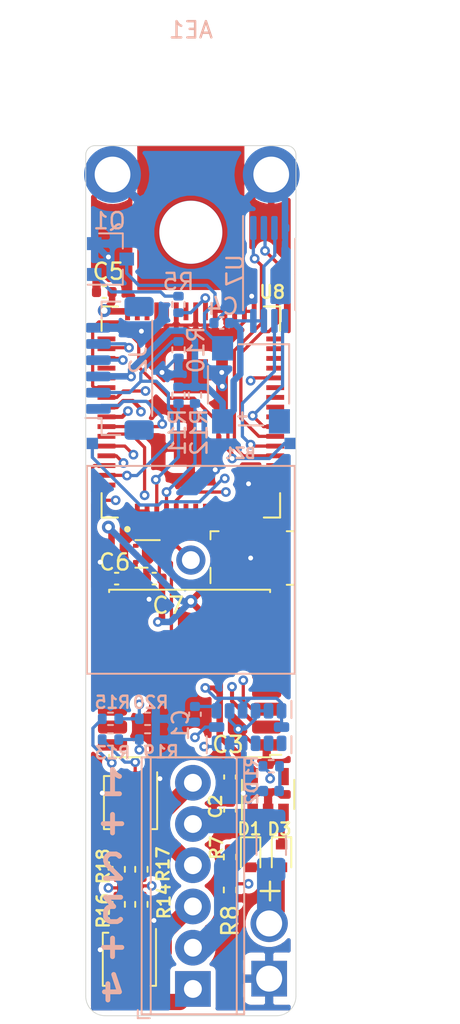
<source format=kicad_pcb>
(kicad_pcb (version 20171130) (host pcbnew 5.1.10)
  (layers (0 F.Cu signal) (1 In1.Cu signal) (2 In2.Cu signal) (31 B.Cu signal) (34 B.Paste user) (35 F.Paste user) (36 B.SilkS user) (37 F.SilkS user) (38 B.Mask user) (39 F.Mask user) (44 Edge.Cuts user))
  (net 0 "")
  (net 1 "Net-(BZ1-Pad2)")
  (net 2 /3V3)
  (net 3 GND)
  (net 4 "Net-(D2-Pad2)")
  (net 5 /V_BAT)
  (net 6 "Net-(Q1-Pad1)")
  (net 7 /BUZZER)
  (net 8 /BAT_SENSE)
  (net 9 /FLASH_CS)
  (net 10 "Net-(U10-Pad6)")
  (net 11 /GPS_TX)
  (net 12 /GPS_RX)
  (net 13 /PYRO_1_EN)
  (net 14 /PYRO_2_EN)
  (net 15 /PYRO_3_EN)
  (net 16 /PYRO_4_EN)
  (net 17 /FLASH_SCK)
  (net 18 /FLASH_MOSI)
  (net 19 /FLASH_MISO)
  (net 20 /EXT_TX)
  (net 21 /EXT_RX)
  (net 22 /SWDIO)
  (net 23 /SWCLK)
  (net 24 "Net-(U9-Pad4)")
  (net 25 "Net-(AE1-Pad1)")
  (net 26 /SCL3)
  (net 27 /SDA3)
  (net 28 /PYRO_1)
  (net 29 /PYRO_3)
  (net 30 /PYRO_4)
  (net 31 /PYRO_2)
  (net 32 "Net-(C2-Pad2)")
  (net 33 "Net-(D1-Pad1)")
  (net 34 "Net-(AE2-Pad1)")
  (net 35 /PYRO_1_MOS)
  (net 36 /PYRO_2_MOS)
  (net 37 /PYRO_3_MOS)
  (net 38 /PYRO_4_MOS)
  (net 39 "Net-(D1-Pad2)")
  (net 40 /LED)
  (net 41 /BOOT0)
  (net 42 "Net-(U10-Pad2)")
  (net 43 /EXT_MISC)
  (module custom:just_a_pad (layer B.Cu) (at 181.61 95.504)
    (fp_text reference J7 hide)
    (fp_text value SWCLK)
    (pad 1 smd rect (at -0.1 -0.2) (size 0.7 0.7) (layers B.Cu B.Paste B.Mask) (net 23 /SWCLK))
  )
  (module custom:just_a_pad (layer B.Cu) (at 193.802 95.504)
    (fp_text reference J6 hide)
    (fp_text value SWDIO)
    (pad 1 smd rect (at -0.1 -0.2) (size 0.7 0.7) (layers B.Cu B.Paste B.Mask) (net 22 /SWDIO))
  )
  (module Connector_JST:JST_SH_BM06B-SRSS-TB_1x06-1MP_P1.00mm_Vertical (layer B.Cu) (at 183.189 90.678 90)
    (fp_text reference J2 (at 0.508 1.1515 90) (layer B.SilkS) (effects (justify mirror)))
    (fp_text value Conn_01x06)
    (pad MP smd roundrect (at 3.8 1.2 90) (size 1.2 1.8) (layers B.Cu B.Paste B.Mask) (roundrect_rratio 0.208333))
    (pad MP smd roundrect (at -3.8 1.2 90) (size 1.2 1.8) (layers B.Cu B.Paste B.Mask) (roundrect_rratio 0.208333))
    (pad 6 smd roundrect (at 2.5 -1.325 90) (size 0.6 1.55) (layers B.Cu B.Paste B.Mask) (net 3 GND))
    (pad 5 smd roundrect (at 1.5 -1.325 90) (size 0.6 1.55) (layers B.Cu B.Paste B.Mask) (net 21 /EXT_RX))
    (pad 4 smd roundrect (at 0.5 -1.325 90) (size 0.6 1.55) (layers B.Cu B.Paste B.Mask) (net 20 /EXT_TX))
    (pad 3 smd roundrect (at -0.5 -1.325 90) (size 0.6 1.55) (layers B.Cu B.Paste B.Mask) (net 2 /3V3))
    (pad 2 smd roundrect (at -1.5 -1.325 90) (size 0.6 1.55) (layers B.Cu B.Paste B.Mask) (net 41 /BOOT0))
    (pad 1 smd roundrect (at -2.5 -1.325 90) (size 0.6 1.55) (layers B.Cu B.Paste B.Mask) (net 43 /EXT_MISC))
  )
  (module MountingHole:MountingHole_2.2mm_M2_ISO7380_Pad_TopOnly (layer B.Cu) (at 182.753 78.74)
    (fp_text reference H2 hide)
    (fp_text value MountingHole_Pad)
    (pad 1 connect circle (at 0 0) (size 3.5 3.5) (layers B.Cu B.Mask) (net 3 GND))
    (pad 1 thru_hole circle (at 0 0) (size 2.6 2.6) (drill 2.2) (layers *.Cu *.Mask) (net 3 GND))
  )
  (module MountingHole:MountingHole_2.2mm_M2_ISO7380_Pad_TopOnly (layer B.Cu) (at 192.532 78.74)
    (fp_text reference H1 hide)
    (fp_text value MountingHole_Pad)
    (pad 1 connect circle (at 0 0) (size 3.5 3.5) (layers B.Cu B.Mask) (net 3 GND))
    (pad 1 thru_hole circle (at 0 0) (size 2.6 2.6) (drill 2.2) (layers *.Cu *.Mask) (net 3 GND))
  )
  (module Resistor_SMD:R_0402_1005Metric (layer B.Cu) (at 192.53 115.189 180)
    (fp_text reference R1 (at 1.2045 -0.0635 270) (layer B.SilkS) (effects (font (size 0.75 0.75)) (justify mirror)))
    (fp_text value 400)
    (pad 2 smd roundrect (at 0.51 0 180) (size 0.54 0.64) (layers B.Cu B.Paste B.Mask) (net 40 /LED))
    (pad 1 smd roundrect (at -0.51 0 180) (size 0.54 0.64) (layers B.Cu B.Paste B.Mask) (net 4 "Net-(D2-Pad2)"))
  )
  (module Diode_SMD:D_0402_1005Metric (layer B.Cu) (at 192.532 116.713)
    (fp_text reference D2 (at -1.2065 0.127 90) (layer B.SilkS) (effects (font (size 0.75 0.75)) (justify mirror)))
    (fp_text value LED)
    (pad 2 smd roundrect (at 0.485 0) (size 0.59 0.64) (layers B.Cu B.Paste B.Mask) (net 4 "Net-(D2-Pad2)"))
    (pad 1 smd roundrect (at -0.485 0) (size 0.59 0.64) (layers B.Cu B.Paste B.Mask) (net 3 GND))
  )
  (module Capacitor_SMD:C_0402_1005Metric (layer B.Cu) (at 189.484 87.884)
    (fp_text reference C4 (at 0.0635 -1.016) (layer B.SilkS) (effects (justify mirror)))
    (fp_text value 0.1u)
    (pad 2 smd roundrect (at 0.48 0) (size 0.56 0.62) (layers B.Cu B.Paste B.Mask) (net 2 /3V3))
    (pad 1 smd roundrect (at -0.48 0) (size 0.56 0.62) (layers B.Cu B.Paste B.Mask) (net 3 GND))
  )
  (module Capacitor_SMD:C_0402_1005Metric (layer B.Cu) (at 187.833 111.986 90)
    (fp_text reference C1 (at -0.663 -0.889 270) (layer B.SilkS) (effects (justify mirror)))
    (fp_text value 0.1u)
    (pad 2 smd roundrect (at 0.48 0 90) (size 0.56 0.62) (layers B.Cu B.Paste B.Mask) (net 2 /3V3))
    (pad 1 smd roundrect (at -0.48 0 90) (size 0.56 0.62) (layers B.Cu B.Paste B.Mask) (net 3 GND))
  )
  (module Package_SO:TSSOP-8_4.4x3mm_P0.65mm (layer B.Cu) (at 192.405 84.8945 270)
    (fp_text reference U7 (at -0.249 2.0955 270) (layer B.SilkS) (effects (justify mirror)))
    (fp_text value " AT25XE041B-XMHN-T ")
    (pad 8 smd roundrect (at 2.8625 0.975 270) (size 1.475 0.4) (layers B.Cu B.Paste B.Mask) (net 2 /3V3))
    (pad 7 smd roundrect (at 2.8625 0.325 270) (size 1.475 0.4) (layers B.Cu B.Paste B.Mask) (net 2 /3V3))
    (pad 6 smd roundrect (at 2.8625 -0.325 270) (size 1.475 0.4) (layers B.Cu B.Paste B.Mask) (net 17 /FLASH_SCK))
    (pad 5 smd roundrect (at 2.8625 -0.975 270) (size 1.475 0.4) (layers B.Cu B.Paste B.Mask) (net 18 /FLASH_MOSI))
    (pad 4 smd roundrect (at -2.8625 -0.975 270) (size 1.475 0.4) (layers B.Cu B.Paste B.Mask) (net 3 GND))
    (pad 3 smd roundrect (at -2.8625 -0.325 270) (size 1.475 0.4) (layers B.Cu B.Paste B.Mask) (net 2 /3V3))
    (pad 2 smd roundrect (at -2.8625 0.325 270) (size 1.475 0.4) (layers B.Cu B.Paste B.Mask) (net 19 /FLASH_MISO))
    (pad 1 smd roundrect (at -2.8625 0.975 270) (size 1.475 0.4) (layers B.Cu B.Paste B.Mask) (net 9 /FLASH_CS))
  )
  (module Package_LGA:LGA-14_3x5mm_P0.8mm_LayoutBorder1x6y (layer B.Cu) (at 191.167 112.776 270)
    (fp_text reference U3 hide)
    (fp_text value ADXL343)
    (pad 14 smd roundrect (at 0 2 270) (size 0.6 0.95) (layers B.Cu B.Paste B.Mask) (net 26 /SCL3))
    (pad 13 smd roundrect (at 1 2 270) (size 0.95 0.6) (layers B.Cu B.Paste B.Mask) (net 27 /SDA3))
    (pad 12 smd roundrect (at 1 1.2 270) (size 0.95 0.6) (layers B.Cu B.Paste B.Mask) (net 3 GND))
    (pad 11 smd roundrect (at 1 0.4 270) (size 0.95 0.6) (layers B.Cu B.Paste B.Mask) (net 3 GND))
    (pad 10 smd roundrect (at 1 -0.4 270) (size 0.95 0.6) (layers B.Cu B.Paste B.Mask))
    (pad 9 smd roundrect (at 1 -1.2 270) (size 0.95 0.6) (layers B.Cu B.Paste B.Mask))
    (pad 8 smd roundrect (at 1 -2 270) (size 0.95 0.6) (layers B.Cu B.Paste B.Mask))
    (pad 7 smd roundrect (at 0 -2 270) (size 0.6 0.95) (layers B.Cu B.Paste B.Mask) (net 2 /3V3))
    (pad 6 smd roundrect (at -1 -2 270) (size 0.95 0.6) (layers B.Cu B.Paste B.Mask) (net 2 /3V3))
    (pad 5 smd roundrect (at -1 -1.2 270) (size 0.95 0.6) (layers B.Cu B.Paste B.Mask) (net 3 GND))
    (pad 4 smd roundrect (at -1 -0.4 270) (size 0.95 0.6) (layers B.Cu B.Paste B.Mask) (net 3 GND))
    (pad 3 smd roundrect (at -1 0.4 270) (size 0.95 0.6) (layers B.Cu B.Paste B.Mask) (net 2 /3V3))
    (pad 2 smd roundrect (at -1 1.2 270) (size 0.95 0.6) (layers B.Cu B.Paste B.Mask) (net 3 GND))
    (pad 1 smd roundrect (at -1 2 270) (size 0.95 0.6) (layers B.Cu B.Paste B.Mask) (net 2 /3V3))
  )
  (module custom:xt30_pigtail (layer F.Cu) (at 192.405 128.27 90)
    (fp_text reference U1 hide)
    (fp_text value JST-RCY)
    (fp_text user + (at 5.3975 -0.0635 90) (layer F.SilkS) (effects (font (size 1.5 1.5))))
    (pad 2 thru_hole circle (at 3.4 0 90) (size 2.3 2.3) (drill 1.6) (layers *.Cu *.Mask) (net 39 "Net-(D1-Pad2)"))
    (pad 1 thru_hole rect (at 0 0 90) (size 2.2 2.2) (drill 1.6) (layers *.Cu *.Mask) (net 3 GND))
  )
  (module Diode_SMD:D_SOD-523 (layer F.Cu) (at 193.167 120.712 270)
    (fp_text reference D3 (at -1.6495 0.127 180) (layer F.SilkS) (effects (font (size 0.75 0.75))))
    (fp_text value ZLLS350TA)
    (pad 1 smd rect (at -0.7 0 90) (size 0.6 0.7) (layers F.Cu F.Paste F.Mask) (net 32 "Net-(C2-Pad2)"))
    (pad 2 smd rect (at 0.7 0 90) (size 0.6 0.7) (layers F.Cu F.Paste F.Mask) (net 39 "Net-(D1-Pad2)"))
  )
  (module Diode_SMD:D_SOD-523 (layer F.Cu) (at 191.262 120.715 270)
    (fp_text reference D1 (at -1.6652 0.0635 180) (layer F.SilkS) (effects (font (size 0.75 0.75))))
    (fp_text value ZLLS350TA)
    (pad 1 smd rect (at -0.7 0 90) (size 0.6 0.7) (layers F.Cu F.Paste F.Mask) (net 33 "Net-(D1-Pad1)"))
    (pad 2 smd rect (at 0.7 0 90) (size 0.6 0.7) (layers F.Cu F.Paste F.Mask) (net 39 "Net-(D1-Pad2)"))
  )
  (module custom:APAE1575R1240ABDD1-T (layer B.Cu) (at 187.579 103.089 180)
    (fp_text reference AE1 (at 0 33.25) (layer B.SilkS) (effects (justify mirror)))
    (fp_text value " APAE1575R1240ABDD1-T ")
    (pad 1 thru_hole circle (at 0 0.6 180) (size 1.8 1.8) (drill 1.1) (layers *.Cu *.Mask) (net 25 "Net-(AE1-Pad1)"))
  )
  (module Fuse:Fuse_1206_3216Metric_Pad1.42x1.75mm_HandSolder (layer B.Cu) (at 192.532 120.0515 90)
    (fp_text reference F1 hide)
    (fp_text value "C1H25 ")
    (pad 2 smd roundrect (at 1.4875 0 90) (size 1.425 1.75) (layers B.Cu B.Paste B.Mask) (roundrect_rratio 0.175439) (net 5 /V_BAT))
    (pad 1 smd roundrect (at -1.4875 0 90) (size 1.425 1.75) (layers B.Cu B.Paste B.Mask) (roundrect_rratio 0.175439) (net 39 "Net-(D1-Pad2)"))
  )
  (module Resistor_SMD:R_0402_1005Metric (layer B.Cu) (at 184.912 112.268)
    (fp_text reference R20 (at 0.1905 -1.016) (layer B.SilkS) (effects (font (size 0.75 0.75)) (justify mirror)))
    (fp_text value 10k)
    (pad 2 smd roundrect (at 0.51 0) (size 0.54 0.64) (layers B.Cu B.Paste B.Mask) (net 3 GND))
    (pad 1 smd roundrect (at -0.51 0) (size 0.54 0.64) (layers B.Cu B.Paste B.Mask) (net 14 /PYRO_2_EN))
  )
  (module Resistor_SMD:R_0402_1005Metric (layer B.Cu) (at 184.91 113.538)
    (fp_text reference R19 (at 0.8275 0.762) (layer B.SilkS) (effects (font (size 0.75 0.75)) (justify mirror)))
    (fp_text value 10k)
    (pad 2 smd roundrect (at 0.51 0) (size 0.54 0.64) (layers B.Cu B.Paste B.Mask) (net 3 GND))
    (pad 1 smd roundrect (at -0.51 0) (size 0.54 0.64) (layers B.Cu B.Paste B.Mask) (net 13 /PYRO_1_EN))
  )
  (module Resistor_SMD:R_0402_1005Metric (layer F.Cu) (at 183.134 121.537 270)
    (fp_text reference R18 (at -0.1885 0.9525 270) (layer F.SilkS) (effects (font (size 0.75 0.75))))
    (fp_text value 10k)
    (pad 1 smd roundrect (at -0.51 0 270) (size 0.54 0.64) (layers F.Cu F.Paste F.Mask) (net 3 GND))
    (pad 2 smd roundrect (at 0.51 0 270) (size 0.54 0.64) (layers F.Cu F.Paste F.Mask) (net 16 /PYRO_4_EN))
  )
  (module Resistor_SMD:R_0402_1005Metric (layer F.Cu) (at 184.531 121.537 270)
    (fp_text reference R17 (at -0.3155 -1.3335 270) (layer F.SilkS) (effects (font (size 0.75 0.75))))
    (fp_text value 10k)
    (pad 2 smd roundrect (at 0.51 0 270) (size 0.54 0.64) (layers F.Cu F.Paste F.Mask) (net 15 /PYRO_3_EN))
    (pad 1 smd roundrect (at -0.51 0 270) (size 0.54 0.64) (layers F.Cu F.Paste F.Mask) (net 3 GND))
  )
  (module Resistor_SMD:R_0402_1005Metric (layer F.Cu) (at 183.134 123.696 90)
    (fp_text reference R16 (at -0.383 -0.9525 270) (layer F.SilkS) (effects (font (size 0.75 0.75))))
    (fp_text value 500)
    (pad 2 smd roundrect (at 0.51 0 90) (size 0.54 0.64) (layers F.Cu F.Paste F.Mask) (net 16 /PYRO_4_EN))
    (pad 1 smd roundrect (at -0.51 0 90) (size 0.54 0.64) (layers F.Cu F.Paste F.Mask) (net 38 /PYRO_4_MOS))
  )
  (module Resistor_SMD:R_0402_1005Metric (layer B.Cu) (at 182.628 112.268 180)
    (fp_text reference R15 (at -0.125 1.016) (layer B.SilkS) (effects (font (size 0.75 0.75)) (justify mirror)))
    (fp_text value 500)
    (pad 2 smd roundrect (at 0.51 0 180) (size 0.54 0.64) (layers B.Cu B.Paste B.Mask) (net 36 /PYRO_2_MOS))
    (pad 1 smd roundrect (at -0.51 0 180) (size 0.54 0.64) (layers B.Cu B.Paste B.Mask) (net 14 /PYRO_2_EN))
  )
  (module Resistor_SMD:R_0402_1005Metric (layer F.Cu) (at 184.531 123.696 270)
    (fp_text reference R14 (at -0.1885 -1.397 270) (layer F.SilkS) (effects (font (size 0.75 0.75))))
    (fp_text value 500)
    (pad 2 smd roundrect (at 0.51 0 270) (size 0.54 0.64) (layers F.Cu F.Paste F.Mask) (net 37 /PYRO_3_MOS))
    (pad 1 smd roundrect (at -0.51 0 270) (size 0.54 0.64) (layers F.Cu F.Paste F.Mask) (net 15 /PYRO_3_EN))
  )
  (module Resistor_SMD:R_0402_1005Metric (layer B.Cu) (at 182.624 113.538 180)
    (fp_text reference R13 (at -0.129 -0.8255) (layer B.SilkS) (effects (font (size 0.75 0.75)) (justify mirror)))
    (fp_text value 500)
    (pad 2 smd roundrect (at 0.51 0 180) (size 0.54 0.64) (layers B.Cu B.Paste B.Mask) (net 35 /PYRO_1_MOS))
    (pad 1 smd roundrect (at -0.51 0 180) (size 0.54 0.64) (layers B.Cu B.Paste B.Mask) (net 13 /PYRO_1_EN))
  )
  (module Resistor_SMD:R_0402_1005Metric (layer B.Cu) (at 187.833 92.329 90)
    (fp_text reference R12 (at -2.286 0.254 90) (layer B.SilkS) (effects (justify mirror)))
    (fp_text value 4.7k)
    (pad 2 smd roundrect (at 0.51 0 90) (size 0.54 0.64) (layers B.Cu B.Paste B.Mask) (net 2 /3V3))
    (pad 1 smd roundrect (at -0.51 0 90) (size 0.54 0.64) (layers B.Cu B.Paste B.Mask) (net 27 /SDA3))
  )
  (module Resistor_SMD:R_0402_1005Metric (layer B.Cu) (at 186.817 92.331 270)
    (fp_text reference R11 (at 2.284 0.0635 270) (layer B.SilkS) (effects (justify mirror)))
    (fp_text value 4.7k)
    (pad 2 smd roundrect (at 0.51 0 270) (size 0.54 0.64) (layers B.Cu B.Paste B.Mask) (net 26 /SCL3))
    (pad 1 smd roundrect (at -0.51 0 270) (size 0.54 0.64) (layers B.Cu B.Paste B.Mask) (net 2 /3V3))
  )
  (module Resistor_SMD:R_0402_1005Metric (layer B.Cu) (at 186.817 89.535 270)
    (fp_text reference R10 (at 0 -1.0795 90) (layer B.SilkS) (effects (justify mirror)))
    (fp_text value 10k)
    (pad 2 smd roundrect (at 0.51 0 270) (size 0.54 0.64) (layers B.Cu B.Paste B.Mask) (net 3 GND))
    (pad 1 smd roundrect (at -0.51 0 270) (size 0.54 0.64) (layers B.Cu B.Paste B.Mask) (net 41 /BOOT0))
  )
  (module Resistor_SMD:R_0402_1005Metric (layer F.Cu) (at 189.992 122.809 270)
    (fp_text reference R8 (at 1.905 0 90) (layer F.SilkS))
    (fp_text value 3k)
    (pad 2 smd roundrect (at 0.51 0 270) (size 0.54 0.64) (layers F.Cu F.Paste F.Mask) (net 3 GND))
    (pad 1 smd roundrect (at -0.51 0 270) (size 0.54 0.64) (layers F.Cu F.Paste F.Mask) (net 8 /BAT_SENSE))
  )
  (module Resistor_SMD:R_0402_1005Metric (layer F.Cu) (at 189.992 120.777 270)
    (fp_text reference R7 (at -0.5715 0.8255 90) (layer F.SilkS) (effects (font (size 0.75 0.75))))
    (fp_text value 10k)
    (pad 2 smd roundrect (at 0.51 0 270) (size 0.54 0.64) (layers F.Cu F.Paste F.Mask) (net 8 /BAT_SENSE))
    (pad 1 smd roundrect (at -0.51 0 270) (size 0.54 0.64) (layers F.Cu F.Paste F.Mask) (net 33 "Net-(D1-Pad1)"))
  )
  (module Resistor_SMD:R_0402_1005Metric (layer B.Cu) (at 186.817 86.741 270)
    (fp_text reference R5 (at -1.397 0 180) (layer B.SilkS) (effects (justify mirror)))
    (fp_text value 500)
    (pad 2 smd roundrect (at 0.51 0 270) (size 0.54 0.64) (layers B.Cu B.Paste B.Mask) (net 7 /BUZZER))
    (pad 1 smd roundrect (at -0.51 0 270) (size 0.54 0.64) (layers B.Cu B.Paste B.Mask) (net 6 "Net-(Q1-Pad1)"))
  )
  (module Capacitor_SMD:C_0402_1005Metric (layer F.Cu) (at 185.321 103.632)
    (fp_text reference C7 (at 0.861 1.651) (layer F.SilkS))
    (fp_text value 0.1u)
    (pad 2 smd roundrect (at 0.48 0) (size 0.56 0.62) (layers F.Cu F.Paste F.Mask) (net 2 /3V3))
    (pad 1 smd roundrect (at -0.48 0) (size 0.56 0.62) (layers F.Cu F.Paste F.Mask) (net 3 GND))
  )
  (module Capacitor_SMD:C_0402_1005Metric (layer F.Cu) (at 183.007 103.632)
    (fp_text reference C6 (at -0.127 -1.016) (layer F.SilkS))
    (fp_text value 0.1u)
    (pad 1 smd roundrect (at -0.48 0) (size 0.56 0.62) (layers F.Cu F.Paste F.Mask) (net 2 /3V3))
    (pad 2 smd roundrect (at 0.48 0) (size 0.56 0.62) (layers F.Cu F.Paste F.Mask) (net 3 GND))
  )
  (module Capacitor_SMD:C_0402_1005Metric (layer F.Cu) (at 182.245 85.979 180)
    (fp_text reference C5 (at -0.254 1.27) (layer F.SilkS))
    (fp_text value 4.7u)
    (pad 2 smd roundrect (at 0.48 0 180) (size 0.56 0.62) (layers F.Cu F.Paste F.Mask) (net 3 GND))
    (pad 1 smd roundrect (at -0.48 0 180) (size 0.56 0.62) (layers F.Cu F.Paste F.Mask) (net 2 /3V3))
  )
  (module Capacitor_SMD:C_0402_1005Metric (layer F.Cu) (at 189.992 115.852 90)
    (fp_text reference C3 (at 1.9965 -0.127 180) (layer F.SilkS))
    (fp_text value 1u)
    (pad 2 smd roundrect (at 0.48 0 90) (size 0.56 0.62) (layers F.Cu F.Paste F.Mask) (net 2 /3V3))
    (pad 1 smd roundrect (at -0.48 0 90) (size 0.56 0.62) (layers F.Cu F.Paste F.Mask) (net 3 GND))
  )
  (module Capacitor_SMD:C_0402_1005Metric (layer F.Cu) (at 189.992 117.884 270)
    (fp_text reference C2 (at -0.2185 0.889 270) (layer F.SilkS) (effects (font (size 0.75 0.75))))
    (fp_text value 1u)
    (pad 2 smd roundrect (at 0.48 0 270) (size 0.56 0.62) (layers F.Cu F.Paste F.Mask) (net 32 "Net-(C2-Pad2)"))
    (pad 1 smd roundrect (at -0.48 0 270) (size 0.56 0.62) (layers F.Cu F.Paste F.Mask) (net 3 GND))
  )
  (module RF:Skyworks_SKY65404-31 (layer F.Cu) (at 184.912 102.108 180)
    (fp_text reference U10 hide)
    (fp_text value SKY65723-81)
    (pad 1 smd roundrect (at -0.725 -0.5 180) (size 0.35 0.25) (layers F.Cu F.Paste F.Mask) (net 2 /3V3))
    (pad 2 smd roundrect (at -0.725 0 180) (size 0.35 0.25) (layers F.Cu F.Paste F.Mask) (net 42 "Net-(U10-Pad2)"))
    (pad 3 smd roundrect (at -0.725 0.5 180) (size 0.35 0.25) (layers F.Cu F.Paste F.Mask) (net 25 "Net-(AE1-Pad1)"))
    (pad 4 smd roundrect (at 0.725 0.5 180) (size 0.35 0.25) (layers F.Cu F.Paste F.Mask))
    (pad 5 smd roundrect (at 0.725 0 180) (size 0.35 0.25) (layers F.Cu F.Paste F.Mask))
    (pad 6 smd roundrect (at 0.725 -0.5 180) (size 0.35 0.25) (layers F.Cu F.Paste F.Mask) (net 10 "Net-(U10-Pad6)"))
    (pad 7 smd custom (at 0 0 180) (size 0.35 0.25) (layers F.Cu F.Paste F.Mask) (net 3 GND) (options (clearance outline) (anchor rect)) (primitives (gr_poly (pts (xy 0.35 -0.6) (xy 0.35 0) (xy 0.35 0.6) (xy 0.1 0.6) (xy 0.1 0.65) (xy -0.1 0.65) (xy -0.1 0.6) (xy -0.35 0.6) (xy -0.35 -0.45) (xy -0.2 -0.6) (xy -0.1 -0.6) (xy -0.1 -0.65) (xy 0.1 -0.65) (xy 0.1 -0.6)) (width 0))))
  )
  (module Package_LGA:LGA-8_3x5mm_P1.25mm (layer F.Cu) (at 191.389 102.362 90)
    (fp_text reference U9 hide)
    (fp_text value MS5607-02BA)
    (pad 5 smd rect (at 1.075 1.875 90) (size 0.95 0.55) (layers F.Cu F.Paste F.Mask) (net 24 "Net-(U9-Pad4)"))
    (pad 6 smd rect (at 1.075 0.625 90) (size 0.95 0.55) (layers F.Cu F.Paste F.Mask))
    (pad 7 smd rect (at 1.075 -0.625 90) (size 0.95 0.55) (layers F.Cu F.Paste F.Mask) (net 27 /SDA3))
    (pad 8 smd rect (at 1.075 -1.875 90) (size 0.95 0.55) (layers F.Cu F.Paste F.Mask) (net 26 /SCL3))
    (pad 3 smd rect (at -1.075 0.625 90) (size 0.95 0.55) (layers F.Cu F.Paste F.Mask) (net 3 GND))
    (pad 2 smd rect (at -1.075 -0.625 90) (size 0.95 0.55) (layers F.Cu F.Paste F.Mask) (net 2 /3V3))
    (pad 1 smd rect (at -1.075 -1.875 90) (size 0.95 0.55) (layers F.Cu F.Paste F.Mask) (net 2 /3V3))
    (pad 4 smd rect (at -1.075 1.875 90) (size 0.95 0.55) (layers F.Cu F.Paste F.Mask) (net 24 "Net-(U9-Pad4)"))
  )
  (module custom:s76s (layer F.Cu) (at 187.579 93.368 90)
    (fp_text reference U8 (at 7.389 5.0165 180) (layer F.SilkS) (effects (font (size 0.787953 0.787953))))
    (fp_text value s76s)
    (pad 1 smd rect (at -6.2 -3.9 90) (size 1.1 0.3) (layers F.Cu F.Paste F.Mask))
    (pad 2 smd rect (at -6.2 -3.3 90) (size 1.1 0.3) (layers F.Cu F.Paste F.Mask) (net 3 GND))
    (pad 3 smd rect (at -6.2 -2.7 90) (size 1.1 0.3) (layers F.Cu F.Paste F.Mask) (net 3 GND))
    (pad 4 smd rect (at -6.2 -2.1 90) (size 1.1 0.3) (layers F.Cu F.Paste F.Mask) (net 26 /SCL3))
    (pad 5 smd rect (at -6.2 -1.5 90) (size 1.1 0.3) (layers F.Cu F.Paste F.Mask) (net 27 /SDA3))
    (pad 6 smd rect (at -6.2 -0.9 90) (size 1.1 0.3) (layers F.Cu F.Paste F.Mask) (net 8 /BAT_SENSE))
    (pad 7 smd rect (at -6.2 -0.3 90) (size 1.1 0.3) (layers F.Cu F.Paste F.Mask))
    (pad 8 smd rect (at -6.2 0.3 90) (size 1.1 0.3) (layers F.Cu F.Paste F.Mask))
    (pad 9 smd rect (at -6.2 0.9 90) (size 1.1 0.3) (layers F.Cu F.Paste F.Mask))
    (pad 10 smd rect (at -6.2 1.5 90) (size 1.1 0.3) (layers F.Cu F.Paste F.Mask))
    (pad 11 smd rect (at -6.2 2.1 90) (size 1.1 0.3) (layers F.Cu F.Paste F.Mask))
    (pad 12 smd rect (at -6.2 2.7 90) (size 1.1 0.3) (layers F.Cu F.Paste F.Mask))
    (pad 13 smd rect (at -6.2 3.3 90) (size 1.1 0.3) (layers F.Cu F.Paste F.Mask))
    (pad 14 smd rect (at -6.2 3.9 90) (size 1.1 0.3) (layers F.Cu F.Paste F.Mask) (net 3 GND))
    (pad 15 smd rect (at -4.5 5.2 90) (size 0.3 1.1) (layers F.Cu F.Paste F.Mask) (net 3 GND))
    (pad 16 smd rect (at -3.9 5.2 90) (size 0.3 1.1) (layers F.Cu F.Paste F.Mask))
    (pad 17 smd rect (at -3.3 5.2 90) (size 0.3 1.1) (layers F.Cu F.Paste F.Mask))
    (pad 18 smd rect (at -2.7 5.2 90) (size 0.3 1.1) (layers F.Cu F.Paste F.Mask) (net 9 /FLASH_CS))
    (pad 19 smd rect (at -2.1 5.2 90) (size 0.3 1.1) (layers F.Cu F.Paste F.Mask) (net 17 /FLASH_SCK))
    (pad 20 smd rect (at -1.5 5.2 90) (size 0.3 1.1) (layers F.Cu F.Paste F.Mask) (net 19 /FLASH_MISO))
    (pad 21 smd rect (at -0.9 5.2 90) (size 0.3 1.1) (layers F.Cu F.Paste F.Mask) (net 18 /FLASH_MOSI))
    (pad 22 smd rect (at -0.3 5.2 90) (size 0.3 1.1) (layers F.Cu F.Paste F.Mask))
    (pad 23 smd rect (at 0.3 5.2 90) (size 0.3 1.1) (layers F.Cu F.Paste F.Mask))
    (pad 24 smd rect (at 0.9 5.2 90) (size 0.3 1.1) (layers F.Cu F.Paste F.Mask))
    (pad 25 smd rect (at 1.5 5.2 90) (size 0.3 1.1) (layers F.Cu F.Paste F.Mask))
    (pad 26 smd rect (at 2.1 5.2 90) (size 0.3 1.1) (layers F.Cu F.Paste F.Mask) (net 40 /LED))
    (pad 27 smd rect (at 2.7 5.2 90) (size 0.3 1.1) (layers F.Cu F.Paste F.Mask))
    (pad 28 smd rect (at 3.3 5.2 90) (size 0.3 1.1) (layers F.Cu F.Paste F.Mask))
    (pad 29 smd rect (at 3.9 5.2 90) (size 0.3 1.1) (layers F.Cu F.Paste F.Mask))
    (pad 30 smd rect (at 4.5 5.2 90) (size 0.3 1.1) (layers F.Cu F.Paste F.Mask))
    (pad 31 smd rect (at 6.2 3.9 90) (size 1.1 0.3) (layers F.Cu F.Paste F.Mask) (net 3 GND))
    (pad 32 smd rect (at 6.2 3.3 90) (size 1.1 0.3) (layers F.Cu F.Paste F.Mask) (net 3 GND))
    (pad 33 smd rect (at 6.2 2.7 90) (size 1.1 0.3) (layers F.Cu F.Paste F.Mask) (net 34 "Net-(AE2-Pad1)"))
    (pad 34 smd rect (at 6.2 2.1 90) (size 1.1 0.3) (layers F.Cu F.Paste F.Mask) (net 3 GND))
    (pad 35 smd rect (at 6.2 1.5 90) (size 1.1 0.3) (layers F.Cu F.Paste F.Mask) (net 3 GND))
    (pad 36 smd rect (at 6.2 0.9 90) (size 1.1 0.3) (layers F.Cu F.Paste F.Mask) (net 7 /BUZZER))
    (pad 37 smd rect (at 6.2 0.3 90) (size 1.1 0.3) (layers F.Cu F.Paste F.Mask) (net 3 GND))
    (pad 38 smd rect (at 6.2 -0.3 90) (size 1.1 0.3) (layers F.Cu F.Paste F.Mask))
    (pad 39 smd rect (at 6.2 -0.9 90) (size 1.1 0.3) (layers F.Cu F.Paste F.Mask) (net 3 GND))
    (pad 40 smd rect (at 6.2 -1.5 90) (size 1.1 0.3) (layers F.Cu F.Paste F.Mask))
    (pad 41 smd rect (at 6.2 -2.1 90) (size 1.1 0.3) (layers F.Cu F.Paste F.Mask) (net 3 GND))
    (pad 42 smd rect (at 6.2 -2.7 90) (size 1.1 0.3) (layers F.Cu F.Paste F.Mask))
    (pad 43 smd rect (at 6.2 -3.3 90) (size 1.1 0.3) (layers F.Cu F.Paste F.Mask) (net 2 /3V3))
    (pad 44 smd rect (at 6.2 -3.9 90) (size 1.1 0.3) (layers F.Cu F.Paste F.Mask) (net 2 /3V3))
    (pad 45 smd rect (at 4.5 -5.2 90) (size 0.3 1.1) (layers F.Cu F.Paste F.Mask))
    (pad 46 smd rect (at 3.9 -5.2 90) (size 0.3 1.1) (layers F.Cu F.Paste F.Mask) (net 21 /EXT_RX))
    (pad 47 smd rect (at 3.3 -5.2 90) (size 0.3 1.1) (layers F.Cu F.Paste F.Mask) (net 20 /EXT_TX))
    (pad 48 smd rect (at 2.7 -5.2 90) (size 0.3 1.1) (layers F.Cu F.Paste F.Mask))
    (pad 49 smd rect (at 2.1 -5.2 90) (size 0.3 1.1) (layers F.Cu F.Paste F.Mask))
    (pad 50 smd rect (at 1.5 -5.2 90) (size 0.3 1.1) (layers F.Cu F.Paste F.Mask) (net 22 /SWDIO))
    (pad 51 smd rect (at 0.9 -5.2 90) (size 0.3 1.1) (layers F.Cu F.Paste F.Mask) (net 23 /SWCLK))
    (pad 52 smd rect (at 0.3 -5.2 90) (size 0.3 1.1) (layers F.Cu F.Paste F.Mask) (net 11 /GPS_TX))
    (pad 53 smd rect (at -0.3 -5.2 90) (size 0.3 1.1) (layers F.Cu F.Paste F.Mask) (net 12 /GPS_RX))
    (pad 54 smd rect (at -0.9 -5.2 90) (size 0.3 1.1) (layers F.Cu F.Paste F.Mask) (net 43 /EXT_MISC))
    (pad 55 smd rect (at -1.5 -5.2 90) (size 0.3 1.1) (layers F.Cu F.Paste F.Mask) (net 16 /PYRO_4_EN))
    (pad 56 smd rect (at -2.1 -5.2 90) (size 0.3 1.1) (layers F.Cu F.Paste F.Mask) (net 15 /PYRO_3_EN))
    (pad 57 smd rect (at -2.7 -5.2 90) (size 0.3 1.1) (layers F.Cu F.Paste F.Mask) (net 14 /PYRO_2_EN))
    (pad 58 smd rect (at -3.3 -5.2 90) (size 0.3 1.1) (layers F.Cu F.Paste F.Mask) (net 13 /PYRO_1_EN))
    (pad 59 smd rect (at -3.9 -5.2 90) (size 0.3 1.1) (layers F.Cu F.Paste F.Mask) (net 41 /BOOT0))
    (pad 60 smd rect (at -4.5 -5.2 90) (size 0.3 1.1) (layers F.Cu F.Paste F.Mask))
    (pad 61 smd rect (at -2.2 0 90) (size 2.1 2.1) (layers F.Cu F.Paste F.Mask) (net 3 GND))
    (pad 62 smd rect (at 2.2 0 90) (size 2.1 2.1) (layers F.Cu F.Paste F.Mask) (net 3 GND))
  )
  (module Package_SO:Vishay_PowerPAK_1212-8_Dual (layer F.Cu) (at 183.7965 127.0775 270)
    (fp_text reference U6 hide)
    (fp_text value Si7232DN)
    (pad 6 smd custom (at 0.5575 -0.6075 270) (size 1.725 0.99) (layers F.Cu F.Paste F.Mask) (net 29 /PYRO_3) (options (clearance outline) (anchor rect)) (primitives (gr_poly (pts (xy 0.6125 0.495) (xy 1.3725 0.495) (xy 1.3725 0.09) (xy 0.8625 0.09) (xy 0.8625 -0.165) (xy 1.3725 -0.165) (xy 1.3725 -0.5875) (xy 0.6125 -0.5875)) (width 0))))
    (pad 5 smd custom (at 0.5575 0.6075 270) (size 1.725 0.99) (layers F.Cu F.Paste F.Mask) (net 30 /PYRO_4) (options (clearance outline) (anchor rect)) (primitives (gr_poly (pts (xy 0.6125 -0.495) (xy 1.3725 -0.495) (xy 1.3725 -0.09) (xy 0.8625 -0.09) (xy 0.8625 0.165) (xy 1.3725 0.165) (xy 1.3725 0.5875) (xy 0.6125 0.5875)) (width 0))))
    (pad 4 smd rect (at -1.435 0.99 270) (size 0.99 0.405) (layers F.Cu F.Paste F.Mask) (net 38 /PYRO_4_MOS))
    (pad 3 smd rect (at -1.435 0.33 270) (size 0.99 0.405) (layers F.Cu F.Paste F.Mask) (net 3 GND))
    (pad 2 smd rect (at -1.435 -0.33 270) (size 0.99 0.405) (layers F.Cu F.Paste F.Mask) (net 37 /PYRO_3_MOS))
    (pad 1 smd rect (at -1.435 -0.99 270) (size 0.99 0.405) (layers F.Cu F.Paste F.Mask) (net 3 GND))
  )
  (module Package_SO:Vishay_PowerPAK_1212-8_Dual (layer F.Cu) (at 183.8685 117.4255 270)
    (fp_text reference U5 hide)
    (fp_text value Si7232DN)
    (pad 6 smd custom (at 0.5575 -0.6075 270) (size 1.725 0.99) (layers F.Cu F.Paste F.Mask) (net 28 /PYRO_1) (options (clearance outline) (anchor rect)) (primitives (gr_poly (pts (xy 0.6125 0.495) (xy 1.3725 0.495) (xy 1.3725 0.09) (xy 0.8625 0.09) (xy 0.8625 -0.165) (xy 1.3725 -0.165) (xy 1.3725 -0.5875) (xy 0.6125 -0.5875)) (width 0))))
    (pad 5 smd custom (at 0.5575 0.6075 270) (size 1.725 0.99) (layers F.Cu F.Paste F.Mask) (net 31 /PYRO_2) (options (clearance outline) (anchor rect)) (primitives (gr_poly (pts (xy 0.6125 -0.495) (xy 1.3725 -0.495) (xy 1.3725 -0.09) (xy 0.8625 -0.09) (xy 0.8625 0.165) (xy 1.3725 0.165) (xy 1.3725 0.5875) (xy 0.6125 0.5875)) (width 0))))
    (pad 4 smd rect (at -1.435 0.99 270) (size 0.99 0.405) (layers F.Cu F.Paste F.Mask) (net 36 /PYRO_2_MOS))
    (pad 3 smd rect (at -1.435 0.33 270) (size 0.99 0.405) (layers F.Cu F.Paste F.Mask) (net 3 GND))
    (pad 2 smd rect (at -1.435 -0.33 270) (size 0.99 0.405) (layers F.Cu F.Paste F.Mask) (net 35 /PYRO_1_MOS))
    (pad 1 smd rect (at -1.435 -0.99 270) (size 0.99 0.405) (layers F.Cu F.Paste F.Mask) (net 3 GND))
  )
  (module RF_GPS:ublox_MAX (layer F.Cu) (at 187.503 109.474 180)
    (fp_text reference U4 hide)
    (fp_text value MAX-M8C)
    (pad 18 smd roundrect (at 4.75 -4.4 180) (size 1.8 0.7) (layers F.Cu F.Paste F.Mask))
    (pad 17 smd roundrect (at 4.75 -3.3 180) (size 1.8 0.8) (layers F.Cu F.Paste F.Mask))
    (pad 16 smd roundrect (at 4.75 -2.2 180) (size 1.8 0.8) (layers F.Cu F.Paste F.Mask))
    (pad 15 smd roundrect (at 4.75 -1.1 180) (size 1.8 0.8) (layers F.Cu F.Paste F.Mask))
    (pad 14 smd roundrect (at 4.75 0 180) (size 1.8 0.8) (layers F.Cu F.Paste F.Mask))
    (pad 13 smd roundrect (at 4.75 1.1 180) (size 1.8 0.8) (layers F.Cu F.Paste F.Mask) (net 42 "Net-(U10-Pad2)"))
    (pad 12 smd roundrect (at 4.75 2.2 180) (size 1.8 0.8) (layers F.Cu F.Paste F.Mask) (net 3 GND))
    (pad 11 smd roundrect (at 4.75 3.3 180) (size 1.8 0.8) (layers F.Cu F.Paste F.Mask) (net 10 "Net-(U10-Pad6)"))
    (pad 10 smd roundrect (at 4.75 4.4 180) (size 1.8 0.7) (layers F.Cu F.Paste F.Mask) (net 3 GND))
    (pad 9 smd roundrect (at -4.75 4.4 180) (size 1.8 0.7) (layers F.Cu F.Paste F.Mask))
    (pad 8 smd roundrect (at -4.75 3.3 180) (size 1.8 0.8) (layers F.Cu F.Paste F.Mask) (net 2 /3V3))
    (pad 7 smd roundrect (at -4.75 2.2 180) (size 1.8 0.8) (layers F.Cu F.Paste F.Mask) (net 2 /3V3))
    (pad 6 smd roundrect (at -4.75 1.1 180) (size 1.8 0.8) (layers F.Cu F.Paste F.Mask))
    (pad 5 smd roundrect (at -4.75 0 180) (size 1.8 0.8) (layers F.Cu F.Paste F.Mask))
    (pad 4 smd roundrect (at -4.75 -1.1 180) (size 1.8 0.8) (layers F.Cu F.Paste F.Mask))
    (pad 3 smd roundrect (at -4.75 -2.2 180) (size 1.8 0.8) (layers F.Cu F.Paste F.Mask) (net 11 /GPS_TX))
    (pad 2 smd roundrect (at -4.75 -3.3 180) (size 1.8 0.8) (layers F.Cu F.Paste F.Mask) (net 12 /GPS_RX))
    (pad 1 smd roundrect (at -4.75 -4.4 180) (size 1.8 0.7) (layers F.Cu F.Paste F.Mask) (net 3 GND))
  )
  (module Package_TO_SOT_SMD:SOT-23-5 (layer F.Cu) (at 192.339 116.924 90)
    (fp_text reference U2 hide)
    (fp_text value BU33SD5WG)
    (pad 5 smd rect (at 1.1 -0.95 90) (size 1.06 0.65) (layers F.Cu F.Paste F.Mask) (net 2 /3V3))
    (pad 4 smd rect (at 1.1 0.95 90) (size 1.06 0.65) (layers F.Cu F.Paste F.Mask))
    (pad 3 smd rect (at -1.1 0.95 90) (size 1.06 0.65) (layers F.Cu F.Paste F.Mask) (net 32 "Net-(C2-Pad2)"))
    (pad 2 smd rect (at -1.1 0 90) (size 1.06 0.65) (layers F.Cu F.Paste F.Mask) (net 3 GND))
    (pad 1 smd rect (at -1.1 -0.95 90) (size 1.06 0.65) (layers F.Cu F.Paste F.Mask) (net 32 "Net-(C2-Pad2)"))
  )
  (module Package_TO_SOT_SMD:SOT-23 (layer B.Cu) (at 182.626 83.947)
    (fp_text reference Q1 (at -0.0635 -2.3495) (layer B.SilkS) (effects (justify mirror)))
    (fp_text value MMBT3904)
    (pad 3 smd rect (at 1 0) (size 0.9 0.8) (layers B.Cu B.Paste B.Mask) (net 1 "Net-(BZ1-Pad2)"))
    (pad 2 smd rect (at -1 -0.95) (size 0.9 0.8) (layers B.Cu B.Paste B.Mask) (net 3 GND))
    (pad 1 smd rect (at -1 0.95) (size 0.9 0.8) (layers B.Cu B.Paste B.Mask) (net 6 "Net-(Q1-Pad1)"))
  )
  (module TerminalBlock_Phoenix:TerminalBlock_Phoenix_MPT-0,5-6-2.54_1x06_P2.54mm_Horizontal (layer B.Cu) (at 187.706 128.905 90)
    (fp_text reference J1 hide)
    (fp_text value Conn_01x06)
    (pad 6 thru_hole circle (at 12.7 0 90) (size 2.2 2.2) (drill 1.1) (layers *.Cu *.Mask) (net 28 /PYRO_1))
    (pad 5 thru_hole circle (at 10.16 0 90) (size 2.2 2.2) (drill 1.1) (layers *.Cu *.Mask) (net 5 /V_BAT))
    (pad 4 thru_hole circle (at 7.62 0 90) (size 2.2 2.2) (drill 1.1) (layers *.Cu *.Mask) (net 31 /PYRO_2))
    (pad 3 thru_hole circle (at 5.08 0 90) (size 2.2 2.2) (drill 1.1) (layers *.Cu *.Mask) (net 29 /PYRO_3))
    (pad 2 thru_hole circle (at 2.54 0 90) (size 2.2 2.2) (drill 1.1) (layers *.Cu *.Mask) (net 5 /V_BAT))
    (pad 1 thru_hole rect (at 0 0 90) (size 2.2 2.2) (drill 1.1) (layers *.Cu *.Mask) (net 30 /PYRO_4))
  )
  (module custom:XDCR_CMT-0502-75-SMT-TR (layer B.Cu) (at 191.135 91.694)
    (fp_text reference BZ1 (at -0.508 4.2164) (layer B.SilkS) (effects (font (size 0.64 0.64)) (justify mirror)))
    (fp_text value "CMT-0502-75-SMT-TR ")
    (fp_text user + (at -0.381 1.905) (layer B.SilkS) (effects (font (size 0.64 0.64)) (justify mirror)))
    (pad 2 smd rect (at -1.6 -2.25) (size 1.3 1.5) (layers B.Cu B.Paste B.Mask) (net 1 "Net-(BZ1-Pad2)"))
    (pad 1 smd rect (at -1.6 2.25) (size 1.3 1.5) (layers B.Cu B.Paste B.Mask) (net 2 /3V3))
    (pad ~ smd rect (at 1.9 2.25) (size 1.3 1.5) (layers B.Cu B.Paste B.Mask))
  )
  (module custom:ANT-868-PW-LP (layer F.Cu) (at 187.579 82.296)
    (fp_text reference AE2 hide)
    (fp_text value ANT_868)
    (pad 1 thru_hole circle (at 0 0) (size 3.9 3.9) (drill 3.88) (layers *.Cu *.Mask) (net 34 "Net-(AE2-Pad1)"))
    (pad 1 smd rect (at 0 0) (size 6.6 8.89) (drill (offset 0 -0.885)) (layers F.Cu F.Mask) (net 34 "Net-(AE2-Pad1)"))
  )
  (gr_arc (start 181.6735 77.5335) (end 181.6735 76.962) (angle -90) (layer Edge.Cuts) (width 0.05))
  (gr_arc (start 193.4845 77.5335) (end 194.056 77.5335) (angle -90) (layer Edge.Cuts) (width 0.05))
  (gr_arc (start 182.3085 129.3495) (end 181.102 129.3495) (angle -90) (layer Edge.Cuts) (width 0.05))
  (gr_arc (start 192.8495 129.3495) (end 192.8495 130.556) (angle -90) (layer Edge.Cuts) (width 0.05))
  (gr_line (start 192.8495 130.556) (end 182.3085 130.556) (layer Edge.Cuts) (width 0.05))
  (gr_text 4 (at 182.753 128.905) (layer B.SilkS) (effects (font (size 1.5 1.5) (thickness 0.3)) (justify mirror)))
  (gr_text + (at 182.753 126.238) (layer B.SilkS) (effects (font (size 1.5 1.5) (thickness 0.3)) (justify mirror)))
  (gr_text 3 (at 182.753 124.079) (layer B.SilkS) (effects (font (size 1.5 1.5) (thickness 0.3)) (justify mirror)))
  (gr_text + (at 182.753 118.618) (layer B.SilkS) (effects (font (size 1.5 1.5) (thickness 0.3)) (justify mirror)))
  (gr_text 2 (at 182.753 121.412) (layer B.SilkS) (effects (font (size 1.5 1.5) (thickness 0.3)) (justify mirror)))
  (gr_text 1 (at 182.753 116.205) (layer B.SilkS) (effects (font (size 1.5 1.5) (thickness 0.3)) (justify mirror)))
  (gr_line (start 194.056 77.5335) (end 194.056 129.3495) (layer Edge.Cuts) (width 0.05))
  (gr_line (start 181.6735 76.962) (end 193.4845 76.962) (layer Edge.Cuts) (width 0.05))
  (gr_line (start 181.102 129.3495) (end 181.102 77.5335) (layer Edge.Cuts) (width 0.05))
  (segment (start 189.068001 86.068001) (end 188.56998 85.56998) (width 0.2) (layer B.Cu) (net 1))
  (segment (start 189.068001 86.644003) (end 189.068001 86.068001) (width 0.2) (layer B.Cu) (net 1))
  (segment (start 188.42399 87.288014) (end 189.068001 86.644003) (width 0.2) (layer B.Cu) (net 1))
  (segment (start 188.42399 88.33299) (end 188.42399 87.288014) (width 0.2) (layer B.Cu) (net 1))
  (segment (start 189.535 89.444) (end 188.42399 88.33299) (width 0.2) (layer B.Cu) (net 1))
  (segment (start 188.56998 85.56998) (end 184.37598 85.56998) (width 0.2) (layer B.Cu) (net 1))
  (segment (start 183.626 84.82) (end 183.626 83.947) (width 0.2) (layer B.Cu) (net 1))
  (segment (start 184.37598 85.56998) (end 183.626 84.82) (width 0.2) (layer B.Cu) (net 1))
  (segment (start 185.637 103.468) (end 185.801 103.632) (width 0.2) (layer F.Cu) (net 2))
  (segment (start 185.637 102.608) (end 185.637 103.468) (width 0.2) (layer F.Cu) (net 2))
  (via (at 182.245 87.122) (size 0.8) (drill 0.4) (layers F.Cu B.Cu) (net 2))
  (segment (start 191.389 115.824) (end 191.389 115.349097) (width 0.4) (layer F.Cu) (net 2))
  (segment (start 191.389 115.349097) (end 190.893023 114.85312) (width 0.4) (layer F.Cu) (net 2))
  (segment (start 182.395 87.272) (end 182.245 87.122) (width 0.4) (layer F.Cu) (net 2))
  (segment (start 182.291 87.168) (end 182.245 87.122) (width 0.4) (layer F.Cu) (net 2))
  (segment (start 184.279 87.168) (end 182.291 87.168) (width 0.4) (layer F.Cu) (net 2))
  (segment (start 190.091 87.757) (end 189.964 87.884) (width 0.2) (layer B.Cu) (net 2))
  (segment (start 192.08 87.757) (end 190.091 87.757) (width 0.2) (layer B.Cu) (net 2))
  (via (at 187.579 105.029) (size 0.8) (drill 0.4) (layers F.Cu B.Cu) (net 2))
  (segment (start 189.357 113.317097) (end 190.893023 114.85312) (width 0.4) (layer F.Cu) (net 2))
  (segment (start 187.579 105.029) (end 189.357 106.807) (width 0.4) (layer F.Cu) (net 2))
  (segment (start 192.751001 82.053001) (end 192.73 82.032) (width 0.2) (layer B.Cu) (net 2))
  (segment (start 192.751001 83.727001) (end 192.751001 82.053001) (width 0.2) (layer B.Cu) (net 2))
  (segment (start 192.08 84.398002) (end 192.751001 83.727001) (width 0.2) (layer B.Cu) (net 2))
  (segment (start 192.08 87.757) (end 192.08 84.398002) (width 0.2) (layer B.Cu) (net 2))
  (via (at 182.499 100.457) (size 0.8) (drill 0.4) (layers F.Cu B.Cu) (net 2))
  (segment (start 187.071 105.029) (end 187.579 105.029) (width 0.4) (layer B.Cu) (net 2))
  (segment (start 182.499 100.457) (end 187.071 105.029) (width 0.4) (layer B.Cu) (net 2))
  (via (at 183.896 91.186) (size 0.6) (drill 0.3) (layers F.Cu B.Cu) (net 2))
  (segment (start 183.88 91.17) (end 183.896 91.186) (width 0.4) (layer B.Cu) (net 2))
  (segment (start 182.317 91.17) (end 183.88 91.17) (width 0.4) (layer B.Cu) (net 2))
  (segment (start 188.562 91.821) (end 186.817 91.821) (width 0.4) (layer B.Cu) (net 2))
  (segment (start 189.535 92.794) (end 188.562 91.821) (width 0.4) (layer B.Cu) (net 2))
  (segment (start 189.535 93.944) (end 189.535 92.794) (width 0.4) (layer B.Cu) (net 2))
  (segment (start 190.217976 93.261024) (end 189.535 93.944) (width 0.4) (layer B.Cu) (net 2))
  (segment (start 190.627 91.038998) (end 190.217976 91.448022) (width 0.4) (layer B.Cu) (net 2))
  (segment (start 190.627 88.267) (end 190.627 91.038998) (width 0.4) (layer B.Cu) (net 2))
  (segment (start 190.217976 91.448022) (end 190.217976 93.261024) (width 0.4) (layer B.Cu) (net 2))
  (segment (start 190.244 87.884) (end 190.627 88.267) (width 0.4) (layer B.Cu) (net 2))
  (segment (start 189.964 87.884) (end 190.244 87.884) (width 0.4) (layer B.Cu) (net 2))
  (segment (start 187.833 88.96438) (end 187.833 91.819) (width 0.4) (layer B.Cu) (net 2))
  (segment (start 187.22361 88.35499) (end 187.833 88.96438) (width 0.4) (layer B.Cu) (net 2))
  (segment (start 186.302746 88.35499) (end 187.22361 88.35499) (width 0.4) (layer B.Cu) (net 2))
  (segment (start 183.896 90.761736) (end 186.302746 88.35499) (width 0.4) (layer B.Cu) (net 2))
  (segment (start 183.896 91.186) (end 183.896 90.761736) (width 0.4) (layer B.Cu) (net 2))
  (segment (start 182.725 86.642) (end 182.245 87.122) (width 0.4) (layer F.Cu) (net 2))
  (segment (start 182.725 85.979) (end 182.725 86.642) (width 0.4) (layer F.Cu) (net 2))
  (segment (start 190.444 115.824) (end 189.992 115.372) (width 0.2) (layer F.Cu) (net 2))
  (segment (start 191.389 115.824) (end 190.444 115.824) (width 0.2) (layer F.Cu) (net 2))
  (segment (start 188.897 111.506) (end 189.167 111.776) (width 0.2) (layer B.Cu) (net 2))
  (segment (start 187.833 111.506) (end 188.897 111.506) (width 0.2) (layer B.Cu) (net 2))
  (segment (start 190.767 111.301) (end 190.767 111.776) (width 0.2) (layer B.Cu) (net 2))
  (segment (start 190.46699 111.00099) (end 190.767 111.301) (width 0.2) (layer B.Cu) (net 2))
  (segment (start 189.167 111.301) (end 189.46701 111.00099) (width 0.2) (layer B.Cu) (net 2))
  (segment (start 189.167 111.776) (end 189.167 111.301) (width 0.2) (layer B.Cu) (net 2))
  (segment (start 190.767 111.464588) (end 190.767 111.776) (width 0.2) (layer B.Cu) (net 2))
  (segment (start 191.230598 111.00099) (end 190.767 111.464588) (width 0.2) (layer B.Cu) (net 2))
  (segment (start 193.167 111.301) (end 192.86699 111.00099) (width 0.2) (layer B.Cu) (net 2))
  (segment (start 193.167 111.776) (end 193.167 111.301) (width 0.2) (layer B.Cu) (net 2))
  (segment (start 193.167 112.776) (end 193.167 111.776) (width 0.2) (layer B.Cu) (net 2))
  (segment (start 191.51301 111.00099) (end 191.230598 111.00099) (width 0.2) (layer B.Cu) (net 2))
  (segment (start 192.86699 111.00099) (end 191.51301 111.00099) (width 0.2) (layer B.Cu) (net 2))
  (segment (start 189.46701 111.00099) (end 189.86201 111.00099) (width 0.2) (layer B.Cu) (net 2))
  (segment (start 189.86201 111.00099) (end 191.51301 111.00099) (width 0.2) (layer B.Cu) (net 2))
  (segment (start 189.86201 111.00099) (end 190.46699 111.00099) (width 0.2) (layer B.Cu) (net 2))
  (via (at 188.468 110.363) (size 0.6) (drill 0.3) (layers F.Cu B.Cu) (net 2))
  (segment (start 189.10599 111.00099) (end 188.468 110.363) (width 0.2) (layer B.Cu) (net 2))
  (segment (start 189.46701 111.00099) (end 189.10599 111.00099) (width 0.2) (layer B.Cu) (net 2))
  (segment (start 189.357 106.807) (end 189.357 109.601) (width 0.4) (layer F.Cu) (net 2))
  (segment (start 188.976 110.363) (end 189.357 110.744) (width 0.3) (layer F.Cu) (net 2))
  (segment (start 188.468 110.363) (end 188.976 110.363) (width 0.3) (layer F.Cu) (net 2))
  (segment (start 189.357 110.744) (end 189.357 113.317097) (width 0.4) (layer F.Cu) (net 2))
  (segment (start 189.357 109.601) (end 189.357 110.744) (width 0.4) (layer F.Cu) (net 2))
  (segment (start 191.62 106.807) (end 192.253 106.174) (width 0.4) (layer F.Cu) (net 2))
  (segment (start 189.357 106.807) (end 191.62 106.807) (width 0.4) (layer F.Cu) (net 2))
  (segment (start 191.786 106.807) (end 191.62 106.807) (width 0.4) (layer F.Cu) (net 2))
  (segment (start 192.253 107.274) (end 191.786 106.807) (width 0.4) (layer F.Cu) (net 2))
  (segment (start 182.691001 100.649001) (end 182.499 100.457) (width 0.4) (layer F.Cu) (net 2))
  (segment (start 182.527 103.116002) (end 182.691001 102.952001) (width 0.4) (layer F.Cu) (net 2))
  (segment (start 182.691001 102.952001) (end 182.691001 100.649001) (width 0.4) (layer F.Cu) (net 2))
  (segment (start 182.527 103.632) (end 182.527 103.116002) (width 0.4) (layer F.Cu) (net 2))
  (via (at 185.547 106.299) (size 0.6) (drill 0.3) (layers F.Cu B.Cu) (net 2))
  (segment (start 185.801 106.045) (end 185.547 106.299) (width 0.4) (layer F.Cu) (net 2))
  (segment (start 185.801 103.632) (end 185.801 106.045) (width 0.4) (layer F.Cu) (net 2))
  (segment (start 186.309 106.299) (end 187.579 105.029) (width 0.4) (layer B.Cu) (net 2))
  (segment (start 185.547 106.299) (end 186.309 106.299) (width 0.4) (layer B.Cu) (net 2))
  (segment (start 190.764 103.437) (end 189.514 103.437) (width 0.4) (layer F.Cu) (net 2))
  (segment (start 189.171 103.437) (end 187.579 105.029) (width 0.4) (layer F.Cu) (net 2))
  (segment (start 189.514 103.437) (end 189.171 103.437) (width 0.4) (layer F.Cu) (net 2))
  (segment (start 183.638501 116.785501) (end 183.5385 116.6855) (width 0.2) (layer F.Cu) (net 3))
  (segment (start 184.758499 116.785501) (end 183.638501 116.785501) (width 0.2) (layer F.Cu) (net 3))
  (segment (start 183.5385 116.6855) (end 183.5385 115.9905) (width 0.2) (layer F.Cu) (net 3))
  (segment (start 184.8585 116.6855) (end 184.758499 116.785501) (width 0.2) (layer F.Cu) (net 3))
  (segment (start 184.8585 115.9905) (end 184.8585 116.6855) (width 0.2) (layer F.Cu) (net 3))
  (via (at 185.674 115.951) (size 0.6) (drill 0.3) (layers F.Cu B.Cu) (net 3))
  (segment (start 185.6345 115.9905) (end 185.674 115.951) (width 0.2) (layer F.Cu) (net 3))
  (segment (start 184.8585 115.9905) (end 185.6345 115.9905) (width 0.2) (layer F.Cu) (net 3))
  (via (at 182.118 116.84) (size 0.6) (drill 0.3) (layers F.Cu B.Cu) (net 3))
  (segment (start 182.172499 116.785501) (end 182.118 116.84) (width 0.2) (layer F.Cu) (net 3))
  (segment (start 183.438499 116.785501) (end 182.172499 116.785501) (width 0.2) (layer F.Cu) (net 3))
  (segment (start 183.5385 116.6855) (end 183.438499 116.785501) (width 0.2) (layer F.Cu) (net 3))
  (segment (start 184.7865 126.220002) (end 184.7865 125.6425) (width 0.2) (layer F.Cu) (net 3))
  (segment (start 184.569001 126.437501) (end 184.7865 126.220002) (width 0.2) (layer F.Cu) (net 3))
  (segment (start 183.566501 126.437501) (end 184.569001 126.437501) (width 0.2) (layer F.Cu) (net 3))
  (segment (start 183.4665 126.3375) (end 183.566501 126.437501) (width 0.2) (layer F.Cu) (net 3))
  (segment (start 183.4665 125.6425) (end 183.4665 126.3375) (width 0.2) (layer F.Cu) (net 3))
  (via (at 185.305037 124.687746) (size 0.6) (drill 0.3) (layers F.Cu B.Cu) (net 3))
  (segment (start 184.7865 125.206283) (end 185.305037 124.687746) (width 0.2) (layer F.Cu) (net 3))
  (segment (start 184.7865 125.6425) (end 184.7865 125.206283) (width 0.2) (layer F.Cu) (net 3))
  (via (at 181.991 126.492) (size 0.6) (drill 0.3) (layers F.Cu B.Cu) (net 3))
  (segment (start 182.045499 126.437501) (end 181.991 126.492) (width 0.2) (layer F.Cu) (net 3))
  (segment (start 183.366499 126.437501) (end 182.045499 126.437501) (width 0.2) (layer F.Cu) (net 3))
  (segment (start 183.4665 126.3375) (end 183.366499 126.437501) (width 0.2) (layer F.Cu) (net 3))
  (via (at 189.517975 91.787025) (size 0.6) (drill 0.3) (layers F.Cu B.Cu) (net 3))
  (segment (start 188.89895 91.168) (end 189.517975 91.787025) (width 0.4) (layer F.Cu) (net 3))
  (segment (start 187.579 91.168) (end 188.89895 91.168) (width 0.4) (layer F.Cu) (net 3))
  (via (at 189.484 90.932) (size 0.6) (drill 0.3) (layers F.Cu B.Cu) (net 3))
  (segment (start 189.517975 90.965975) (end 189.484 90.932) (width 0.4) (layer F.Cu) (net 3))
  (segment (start 189.517975 91.787025) (end 189.517975 90.965975) (width 0.4) (layer F.Cu) (net 3))
  (segment (start 187.815 90.932) (end 187.579 91.168) (width 0.4) (layer F.Cu) (net 3))
  (segment (start 189.484 90.932) (end 187.815 90.932) (width 0.4) (layer F.Cu) (net 3))
  (via (at 184.531 88.392) (size 0.6) (drill 0.3) (layers F.Cu B.Cu) (net 3))
  (segment (start 184.309 88.17) (end 184.531 88.392) (width 0.4) (layer B.Cu) (net 3))
  (segment (start 182.317 88.17) (end 184.309 88.17) (width 0.4) (layer B.Cu) (net 3))
  (via (at 182.499 83.82) (size 0.6) (drill 0.3) (layers F.Cu B.Cu) (net 3))
  (segment (start 181.765 84.554) (end 182.499 83.82) (width 0.4) (layer F.Cu) (net 3))
  (segment (start 181.765 85.979) (end 181.765 84.554) (width 0.4) (layer F.Cu) (net 3))
  (segment (start 182.449 83.82) (end 181.626 82.997) (width 0.4) (layer B.Cu) (net 3))
  (segment (start 182.499 83.82) (end 182.449 83.82) (width 0.4) (layer B.Cu) (net 3))
  (via (at 190.809063 116.850716) (size 0.6) (drill 0.3) (layers F.Cu B.Cu) (net 3))
  (segment (start 190.946779 116.713) (end 190.809063 116.850716) (width 0.2) (layer B.Cu) (net 3))
  (segment (start 192.047 116.713) (end 190.946779 116.713) (width 0.2) (layer B.Cu) (net 3))
  (segment (start 190.510716 116.850716) (end 189.992 116.332) (width 0.2) (layer F.Cu) (net 3))
  (segment (start 190.809063 116.850716) (end 190.510716 116.850716) (width 0.2) (layer F.Cu) (net 3))
  (segment (start 190.767 113.776) (end 189.967 113.776) (width 0.2) (layer B.Cu) (net 3))
  (via (at 190.5 112.903) (size 0.6) (drill 0.3) (layers F.Cu B.Cu) (net 3))
  (segment (start 191.471 113.874) (end 190.5 112.903) (width 0.2) (layer F.Cu) (net 3))
  (segment (start 192.253 113.874) (end 191.471 113.874) (width 0.2) (layer F.Cu) (net 3))
  (segment (start 189.967 112.37) (end 189.967 111.776) (width 0.2) (layer B.Cu) (net 3))
  (segment (start 190.5 112.903) (end 189.967 112.37) (width 0.2) (layer B.Cu) (net 3))
  (segment (start 191.567 112.260264) (end 191.567 111.776) (width 0.2) (layer B.Cu) (net 3))
  (segment (start 190.924264 112.903) (end 191.567 112.260264) (width 0.2) (layer B.Cu) (net 3))
  (segment (start 190.5 112.903) (end 190.924264 112.903) (width 0.2) (layer B.Cu) (net 3))
  (segment (start 192.367 111.776) (end 191.567 111.776) (width 0.2) (layer B.Cu) (net 3))
  (segment (start 184.841 102.179) (end 184.912 102.108) (width 0.4) (layer F.Cu) (net 3))
  (segment (start 184.841 103.632) (end 184.841 102.179) (width 0.4) (layer F.Cu) (net 3))
  (segment (start 183.487 104.34) (end 182.753 105.074) (width 0.4) (layer F.Cu) (net 3))
  (segment (start 183.487 103.632) (end 183.487 104.34) (width 0.4) (layer F.Cu) (net 3))
  (segment (start 183.515 103.604) (end 183.487 103.632) (width 0.4) (layer F.Cu) (net 3))
  (segment (start 183.515 101.450912) (end 183.515 103.604) (width 0.4) (layer F.Cu) (net 3))
  (segment (start 183.882922 101.08299) (end 183.515 101.450912) (width 0.4) (layer F.Cu) (net 3))
  (segment (start 184.53699 101.08299) (end 183.882922 101.08299) (width 0.4) (layer F.Cu) (net 3))
  (segment (start 184.912 101.458) (end 184.53699 101.08299) (width 0.4) (layer F.Cu) (net 3))
  (segment (start 184.912 102.108) (end 184.912 101.458) (width 0.4) (layer F.Cu) (net 3))
  (via (at 185.004 104.902) (size 0.6) (drill 0.3) (layers F.Cu B.Cu) (net 3))
  (segment (start 184.841 104.739) (end 185.004 104.902) (width 0.4) (layer F.Cu) (net 3))
  (segment (start 184.841 103.632) (end 184.841 104.739) (width 0.4) (layer F.Cu) (net 3))
  (segment (start 185.004 105.671544) (end 185.004 104.902) (width 0.4) (layer F.Cu) (net 3))
  (segment (start 183.401544 107.274) (end 185.004 105.671544) (width 0.4) (layer F.Cu) (net 3))
  (segment (start 182.753 107.274) (end 183.401544 107.274) (width 0.4) (layer F.Cu) (net 3))
  (via (at 181.991 102.616) (size 0.6) (drill 0.3) (layers F.Cu B.Cu) (net 3))
  (segment (start 181.84699 102.76001) (end 181.991 102.616) (width 0.4) (layer F.Cu) (net 3))
  (segment (start 181.84699 104.16799) (end 181.84699 102.76001) (width 0.4) (layer F.Cu) (net 3))
  (segment (start 182.753 105.074) (end 181.84699 104.16799) (width 0.4) (layer F.Cu) (net 3))
  (segment (start 184.879 99.568) (end 184.279 99.568) (width 0.4) (layer F.Cu) (net 3))
  (segment (start 184.879 102.075) (end 184.912 102.108) (width 0.4) (layer F.Cu) (net 3))
  (segment (start 184.879 99.568) (end 184.879 102.075) (width 0.4) (layer F.Cu) (net 3))
  (segment (start 193.38 79.588) (end 192.532 78.74) (width 0.4) (layer B.Cu) (net 3))
  (segment (start 193.38 82.032) (end 193.38 79.588) (width 0.4) (layer B.Cu) (net 3))
  (via (at 191.263997 102.362) (size 0.6) (drill 0.3) (layers F.Cu B.Cu) (net 3))
  (segment (start 192.014 103.112003) (end 191.263997 102.362) (width 0.2) (layer F.Cu) (net 3))
  (segment (start 192.014 103.437) (end 192.014 103.112003) (width 0.2) (layer F.Cu) (net 3))
  (segment (start 187.669001 88.018001) (end 186.888999 88.018001) (width 0.2) (layer F.Cu) (net 3))
  (segment (start 187.879 87.808002) (end 187.669001 88.018001) (width 0.2) (layer F.Cu) (net 3))
  (segment (start 186.888999 88.018001) (end 186.679 87.808002) (width 0.2) (layer F.Cu) (net 3))
  (segment (start 186.679 87.808002) (end 186.679 87.168) (width 0.2) (layer F.Cu) (net 3))
  (segment (start 186.469001 88.018001) (end 186.679 87.808002) (width 0.2) (layer F.Cu) (net 3))
  (segment (start 185.688999 88.018001) (end 186.469001 88.018001) (width 0.2) (layer F.Cu) (net 3))
  (segment (start 185.479 87.808002) (end 185.688999 88.018001) (width 0.2) (layer F.Cu) (net 3))
  (segment (start 185.479 87.168) (end 185.479 87.808002) (width 0.2) (layer F.Cu) (net 3))
  (segment (start 189.079 87.808002) (end 189.079 87.168) (width 0.2) (layer F.Cu) (net 3))
  (segment (start 188.088999 88.018001) (end 188.869001 88.018001) (width 0.2) (layer F.Cu) (net 3))
  (segment (start 187.879 87.808002) (end 188.088999 88.018001) (width 0.2) (layer F.Cu) (net 3))
  (segment (start 188.869001 88.018001) (end 189.079 87.808002) (width 0.2) (layer F.Cu) (net 3))
  (segment (start 187.879 87.168) (end 187.879 87.808002) (width 0.2) (layer F.Cu) (net 3))
  (segment (start 189.079 87.168) (end 189.679 87.168) (width 0.2) (layer F.Cu) (net 3))
  (segment (start 190.879 87.808002) (end 190.879 87.168) (width 0.2) (layer F.Cu) (net 3))
  (segment (start 190.669001 88.018001) (end 190.879 87.808002) (width 0.2) (layer F.Cu) (net 3))
  (segment (start 189.779001 88.018001) (end 190.669001 88.018001) (width 0.2) (layer F.Cu) (net 3))
  (segment (start 189.679 87.918) (end 189.779001 88.018001) (width 0.2) (layer F.Cu) (net 3))
  (segment (start 189.679 87.168) (end 189.679 87.918) (width 0.2) (layer F.Cu) (net 3))
  (segment (start 190.879 87.168) (end 191.479 87.168) (width 0.2) (layer F.Cu) (net 3))
  (via (at 185.801 90.932) (size 0.6) (drill 0.3) (layers F.Cu B.Cu) (net 3))
  (segment (start 186.688 90.045) (end 185.801 90.932) (width 0.2) (layer B.Cu) (net 3))
  (segment (start 186.817 90.045) (end 186.688 90.045) (width 0.2) (layer B.Cu) (net 3))
  (segment (start 190.767 116.808653) (end 190.809063 116.850716) (width 0.2) (layer B.Cu) (net 3))
  (segment (start 190.767 113.776) (end 190.767 116.808653) (width 0.2) (layer B.Cu) (net 3))
  (via (at 191.329001 86.233) (size 0.6) (drill 0.3) (layers F.Cu B.Cu) (net 3))
  (segment (start 190.655 86.233) (end 191.329001 86.233) (width 0.2) (layer B.Cu) (net 3))
  (segment (start 189.004 87.884) (end 190.655 86.233) (width 0.2) (layer B.Cu) (net 3))
  (segment (start 192.532 78.74) (end 192.532 81.407) (width 0.4) (layer F.Cu) (net 3))
  (via (at 189.08047 96.92353) (size 0.6) (drill 0.3) (layers F.Cu B.Cu) (net 3))
  (segment (start 187.72494 95.568) (end 189.08047 96.92353) (width 0.4) (layer F.Cu) (net 3))
  (segment (start 187.579 95.568) (end 187.72494 95.568) (width 0.4) (layer F.Cu) (net 3))
  (via (at 191.135 97.79) (size 0.6) (drill 0.3) (layers F.Cu B.Cu) (net 3))
  (segment (start 193.063999 116.666001) (end 193.063999 115.212999) (width 0.2) (layer B.Cu) (net 4))
  (segment (start 193.063999 115.212999) (end 193.04 115.189) (width 0.2) (layer B.Cu) (net 4))
  (segment (start 193.017 116.713) (end 193.063999 116.666001) (width 0.2) (layer B.Cu) (net 4))
  (segment (start 187.887 118.564) (end 187.706 118.745) (width 1.5) (layer B.Cu) (net 5))
  (segment (start 192.532 118.564) (end 187.887 118.564) (width 1.5) (layer B.Cu) (net 5))
  (segment (start 188.200002 126.365) (end 187.706 126.365) (width 1.5) (layer B.Cu) (net 5))
  (segment (start 189.756001 124.809001) (end 188.200002 126.365) (width 1.5) (layer B.Cu) (net 5))
  (segment (start 189.756001 121.339999) (end 189.756001 124.809001) (width 1.5) (layer B.Cu) (net 5))
  (segment (start 192.532 118.564) (end 189.756001 121.339999) (width 1.5) (layer B.Cu) (net 5))
  (segment (start 185.980834 86.231) (end 185.719824 85.96999) (width 0.2) (layer B.Cu) (net 6))
  (segment (start 186.817 86.231) (end 185.980834 86.231) (width 0.2) (layer B.Cu) (net 6))
  (segment (start 182.69899 85.96999) (end 181.626 84.897) (width 0.2) (layer B.Cu) (net 6))
  (segment (start 185.719824 85.96999) (end 182.69899 85.96999) (width 0.2) (layer B.Cu) (net 6))
  (via (at 188.468 86.356002) (size 0.6) (drill 0.3) (layers F.Cu B.Cu) (net 7))
  (segment (start 188.479 86.367002) (end 188.468 86.356002) (width 0.2) (layer F.Cu) (net 7))
  (segment (start 188.479 87.168) (end 188.479 86.367002) (width 0.2) (layer F.Cu) (net 7))
  (segment (start 187.573002 87.251) (end 186.817 87.251) (width 0.2) (layer B.Cu) (net 7))
  (segment (start 188.468 86.356002) (end 187.573002 87.251) (width 0.2) (layer B.Cu) (net 7))
  (segment (start 189.992 122.299) (end 189.992 121.287) (width 0.2) (layer F.Cu) (net 8))
  (via (at 189.738 98.298) (size 0.6) (drill 0.3) (layers F.Cu B.Cu) (net 8))
  (segment (start 187.199 98.298) (end 189.738 98.298) (width 0.2) (layer F.Cu) (net 8))
  (segment (start 186.679 98.818) (end 187.199 98.298) (width 0.2) (layer F.Cu) (net 8))
  (segment (start 186.679 99.568) (end 186.679 98.818) (width 0.2) (layer F.Cu) (net 8))
  (via (at 191.135 122.428) (size 0.6) (drill 0.3) (layers F.Cu B.Cu) (net 8))
  (segment (start 190.121 122.428) (end 189.992 122.299) (width 0.2) (layer F.Cu) (net 8))
  (segment (start 191.135 122.428) (end 190.121 122.428) (width 0.2) (layer F.Cu) (net 8))
  (via (at 191.510998 83.919001) (size 0.6) (drill 0.3) (layers F.Cu B.Cu) (net 9))
  (segment (start 191.43 83.838003) (end 191.510998 83.919001) (width 0.2) (layer B.Cu) (net 9))
  (segment (start 191.43 82.032) (end 191.43 83.838003) (width 0.2) (layer B.Cu) (net 9))
  (segment (start 190.261989 89.57931) (end 190.261989 95.519989) (width 0.2) (layer F.Cu) (net 9))
  (segment (start 191.929001 87.912298) (end 190.261989 89.57931) (width 0.2) (layer F.Cu) (net 9))
  (segment (start 191.929001 84.337004) (end 191.929001 87.912298) (width 0.2) (layer F.Cu) (net 9))
  (segment (start 191.510998 83.919001) (end 191.929001 84.337004) (width 0.2) (layer F.Cu) (net 9))
  (segment (start 190.81 96.068) (end 192.779 96.068) (width 0.2) (layer F.Cu) (net 9))
  (segment (start 190.261989 95.519989) (end 190.81 96.068) (width 0.2) (layer F.Cu) (net 9))
  (segment (start 183.25376 106.174) (end 182.753 106.174) (width 0.241) (layer F.Cu) (net 10))
  (segment (start 184.187 105.24076) (end 183.25376 106.174) (width 0.241) (layer F.Cu) (net 10))
  (segment (start 184.187 102.608) (end 184.187 105.24076) (width 0.241) (layer F.Cu) (net 10))
  (via (at 190.809062 109.893322) (size 0.6) (drill 0.3) (layers F.Cu B.Cu) (net 11))
  (segment (start 190.809062 111.130062) (end 190.809062 109.893322) (width 0.2) (layer F.Cu) (net 11))
  (segment (start 191.353 111.674) (end 190.809062 111.130062) (width 0.2) (layer F.Cu) (net 11))
  (segment (start 192.253 111.674) (end 191.353 111.674) (width 0.2) (layer F.Cu) (net 11))
  (segment (start 184.502966 93.186152) (end 184.502966 93.349659) (width 0.25) (layer F.Cu) (net 11))
  (segment (start 184.00385 92.687036) (end 184.502966 93.186152) (width 0.25) (layer F.Cu) (net 11))
  (segment (start 183.403848 92.687036) (end 184.00385 92.687036) (width 0.25) (layer F.Cu) (net 11))
  (segment (start 183.022884 93.068) (end 183.403848 92.687036) (width 0.25) (layer F.Cu) (net 11))
  (via (at 184.502966 93.349659) (size 0.6) (drill 0.3) (layers F.Cu B.Cu) (net 11))
  (segment (start 182.379 93.068) (end 183.022884 93.068) (width 0.25) (layer F.Cu) (net 11))
  (via (at 190.116055 110.293002) (size 0.6) (drill 0.3) (layers F.Cu B.Cu) (net 12))
  (segment (start 190.116055 110.293002) (end 190.116055 111.179533) (width 0.25) (layer F.Cu) (net 12))
  (segment (start 190.116055 111.179533) (end 191.710522 112.774) (width 0.25) (layer F.Cu) (net 12))
  (segment (start 191.710522 112.774) (end 192.253 112.774) (width 0.25) (layer F.Cu) (net 12))
  (via (at 183.703849 93.312037) (size 0.6) (drill 0.3) (layers F.Cu B.Cu) (net 12))
  (segment (start 183.347886 93.668) (end 183.703849 93.312037) (width 0.25) (layer F.Cu) (net 12))
  (segment (start 182.379 93.668) (end 183.347886 93.668) (width 0.25) (layer F.Cu) (net 12))
  (via (at 184.404 114.173) (size 0.6) (drill 0.3) (layers F.Cu B.Cu) (net 13))
  (segment (start 184.404 113.542) (end 184.4 113.538) (width 0.2) (layer B.Cu) (net 13))
  (segment (start 184.404 114.173) (end 184.404 113.542) (width 0.2) (layer B.Cu) (net 13))
  (segment (start 183.134 113.538) (end 184.4 113.538) (width 0.2) (layer B.Cu) (net 13))
  (segment (start 182.076998 98.806) (end 182.945 98.806) (width 0.2) (layer F.Cu) (net 13))
  (via (at 182.945 98.806) (size 0.6) (drill 0.3) (layers F.Cu B.Cu) (net 13))
  (segment (start 181.528999 98.258001) (end 182.076998 98.806) (width 0.2) (layer F.Cu) (net 13))
  (segment (start 181.528999 96.768001) (end 181.528999 98.258001) (width 0.2) (layer F.Cu) (net 13))
  (segment (start 181.629 96.668) (end 181.528999 96.768001) (width 0.2) (layer F.Cu) (net 13))
  (segment (start 182.379 96.668) (end 181.629 96.668) (width 0.2) (layer F.Cu) (net 13))
  (via (at 184.404 111.379) (size 0.6) (drill 0.3) (layers F.Cu B.Cu) (net 14))
  (segment (start 184.404 112.266) (end 184.402 112.268) (width 0.2) (layer B.Cu) (net 14))
  (segment (start 184.404 111.379) (end 184.404 112.266) (width 0.2) (layer B.Cu) (net 14))
  (segment (start 184.402 112.268) (end 183.138 112.268) (width 0.2) (layer B.Cu) (net 14))
  (via (at 183.428951 96.510889) (size 0.6) (drill 0.3) (layers F.Cu B.Cu) (net 14))
  (segment (start 182.986062 96.068) (end 183.428951 96.510889) (width 0.2) (layer F.Cu) (net 14))
  (segment (start 182.379 96.068) (end 182.986062 96.068) (width 0.2) (layer F.Cu) (net 14))
  (via (at 185.166 122.555) (size 0.6) (drill 0.3) (layers F.Cu B.Cu) (net 15))
  (segment (start 184.658 122.555) (end 184.531 122.682) (width 0.2) (layer F.Cu) (net 15))
  (segment (start 185.166 122.555) (end 184.658 122.555) (width 0.2) (layer F.Cu) (net 15))
  (segment (start 184.531 122.682) (end 184.531 122.047) (width 0.2) (layer F.Cu) (net 15))
  (segment (start 184.531 123.186) (end 184.531 122.682) (width 0.2) (layer F.Cu) (net 15))
  (via (at 184.041573 95.996402) (size 0.6) (drill 0.3) (layers F.Cu B.Cu) (net 15))
  (segment (start 183.513171 95.468) (end 184.041573 95.996402) (width 0.2) (layer F.Cu) (net 15))
  (segment (start 182.379 95.468) (end 183.513171 95.468) (width 0.2) (layer F.Cu) (net 15))
  (via (at 184.729615 98.496615) (size 0.6) (drill 0.3) (layers F.Cu B.Cu) (net 16))
  (segment (start 184.729615 95.554947) (end 184.729615 98.496615) (width 0.2) (layer F.Cu) (net 16))
  (segment (start 183.902594 94.727926) (end 184.729615 95.554947) (width 0.2) (layer F.Cu) (net 16))
  (segment (start 182.519074 94.727926) (end 183.902594 94.727926) (width 0.2) (layer F.Cu) (net 16))
  (segment (start 182.379 94.868) (end 182.519074 94.727926) (width 0.2) (layer F.Cu) (net 16))
  (via (at 182.499 122.682) (size 0.6) (drill 0.3) (layers F.Cu B.Cu) (net 16))
  (segment (start 182.499 122.682) (end 183.134 122.682) (width 0.2) (layer F.Cu) (net 16))
  (segment (start 183.134 122.682) (end 183.134 122.047) (width 0.2) (layer F.Cu) (net 16))
  (segment (start 183.134 123.186) (end 183.134 122.682) (width 0.2) (layer F.Cu) (net 16))
  (via (at 191.262 95.377) (size 0.6) (drill 0.3) (layers F.Cu B.Cu) (net 17))
  (segment (start 191.353 95.468) (end 191.262 95.377) (width 0.2) (layer F.Cu) (net 17))
  (segment (start 192.779 95.468) (end 191.353 95.468) (width 0.2) (layer F.Cu) (net 17))
  (segment (start 191.262 95.377) (end 190.754 94.869) (width 0.2) (layer B.Cu) (net 17))
  (segment (start 192.73 90.860002) (end 192.73 87.757) (width 0.2) (layer B.Cu) (net 17))
  (segment (start 190.754 92.836002) (end 192.73 90.860002) (width 0.2) (layer B.Cu) (net 17))
  (segment (start 190.754 94.869) (end 190.754 92.836002) (width 0.2) (layer B.Cu) (net 17))
  (via (at 191.389 93.599) (size 0.6) (drill 0.3) (layers F.Cu B.Cu) (net 18))
  (segment (start 192.058 94.268) (end 191.389 93.599) (width 0.2) (layer F.Cu) (net 18))
  (segment (start 192.779 94.268) (end 192.058 94.268) (width 0.2) (layer F.Cu) (net 18))
  (segment (start 193.23001 87.90699) (end 193.38 87.757) (width 0.2) (layer B.Cu) (net 18))
  (segment (start 193.23001 91.75799) (end 193.23001 87.90699) (width 0.2) (layer B.Cu) (net 18))
  (segment (start 191.389 93.599) (end 193.23001 91.75799) (width 0.2) (layer B.Cu) (net 18))
  (segment (start 191.769998 94.868) (end 190.661999 93.760001) (width 0.2) (layer F.Cu) (net 19))
  (segment (start 190.661999 93.760001) (end 190.661999 89.754001) (width 0.2) (layer F.Cu) (net 19))
  (segment (start 192.779 94.868) (end 191.769998 94.868) (width 0.2) (layer F.Cu) (net 19))
  (segment (start 190.661999 89.744999) (end 191.988999 88.417999) (width 0.2) (layer F.Cu) (net 19))
  (segment (start 190.661999 89.754001) (end 190.661999 89.744999) (width 0.2) (layer F.Cu) (net 19))
  (segment (start 191.988999 88.417999) (end 192.379001 88.417999) (width 0.2) (layer F.Cu) (net 19))
  (segment (start 192.379001 88.417999) (end 192.913 87.884) (width 0.2) (layer F.Cu) (net 19))
  (via (at 192.151 83.439) (size 0.6) (drill 0.3) (layers F.Cu B.Cu) (net 19))
  (segment (start 192.913 84.201) (end 192.151 83.439) (width 0.2) (layer F.Cu) (net 19))
  (segment (start 192.913 87.884) (end 192.913 84.201) (width 0.2) (layer F.Cu) (net 19))
  (segment (start 192.151 82.103) (end 192.08 82.032) (width 0.2) (layer B.Cu) (net 19))
  (segment (start 192.151 83.439) (end 192.151 82.103) (width 0.2) (layer B.Cu) (net 19))
  (via (at 183.388 90.17) (size 0.6) (drill 0.3) (layers F.Cu B.Cu) (net 20))
  (segment (start 183.286 90.068) (end 183.388 90.17) (width 0.2) (layer F.Cu) (net 20))
  (segment (start 182.379 90.068) (end 183.286 90.068) (width 0.2) (layer F.Cu) (net 20))
  (segment (start 183.388 90.17) (end 182.317 90.17) (width 0.2) (layer B.Cu) (net 20))
  (via (at 183.769 89.408) (size 0.6) (drill 0.3) (layers F.Cu B.Cu) (net 21))
  (segment (start 183.531 89.17) (end 183.769 89.408) (width 0.2) (layer B.Cu) (net 21))
  (segment (start 182.317 89.17) (end 183.531 89.17) (width 0.2) (layer B.Cu) (net 21))
  (segment (start 182.439 89.408) (end 182.379 89.468) (width 0.2) (layer F.Cu) (net 21))
  (segment (start 183.769 89.408) (end 182.439 89.408) (width 0.2) (layer F.Cu) (net 21))
  (segment (start 187.767003 92.518001) (end 189.861979 94.612977) (width 0.2) (layer F.Cu) (net 22))
  (segment (start 181.528999 91.767999) (end 181.528999 88.202001) (width 0.2) (layer F.Cu) (net 22))
  (segment (start 181.528999 88.202001) (end 181.908999 87.822001) (width 0.2) (layer F.Cu) (net 22))
  (segment (start 186.288999 92.518001) (end 187.767003 92.518001) (width 0.2) (layer F.Cu) (net 22))
  (segment (start 189.861979 95.685678) (end 190.126004 95.949703) (width 0.2) (layer F.Cu) (net 22))
  (segment (start 183.071003 87.822001) (end 184.369001 89.119999) (width 0.2) (layer F.Cu) (net 22))
  (via (at 190.126004 96.232533) (size 0.6) (drill 0.3) (layers F.Cu B.Cu) (net 22))
  (segment (start 182.379 91.868) (end 181.629 91.868) (width 0.2) (layer F.Cu) (net 22))
  (segment (start 181.629 91.868) (end 181.528999 91.767999) (width 0.2) (layer F.Cu) (net 22))
  (segment (start 184.369001 90.598003) (end 186.288999 92.518001) (width 0.2) (layer F.Cu) (net 22))
  (segment (start 184.369001 89.119999) (end 184.369001 90.598003) (width 0.2) (layer F.Cu) (net 22))
  (segment (start 189.861979 94.612977) (end 189.861979 95.685678) (width 0.2) (layer F.Cu) (net 22))
  (segment (start 181.908999 87.822001) (end 183.071003 87.822001) (width 0.2) (layer F.Cu) (net 22))
  (segment (start 190.126004 95.949703) (end 190.126004 96.232533) (width 0.2) (layer F.Cu) (net 22))
  (segment (start 193.350998 95.304) (end 193.702 95.304) (width 0.2) (layer B.Cu) (net 22))
  (segment (start 192.422465 96.232533) (end 193.350998 95.304) (width 0.2) (layer B.Cu) (net 22))
  (segment (start 190.126004 96.232533) (end 192.422465 96.232533) (width 0.2) (layer B.Cu) (net 22))
  (via (at 184.785 92.075) (size 0.6) (drill 0.3) (layers F.Cu B.Cu) (net 23))
  (segment (start 183.41483 92.075) (end 184.785 92.075) (width 0.2) (layer F.Cu) (net 23))
  (segment (start 183.02183 92.468) (end 183.41483 92.075) (width 0.2) (layer F.Cu) (net 23))
  (segment (start 182.379 92.468) (end 183.02183 92.468) (width 0.2) (layer F.Cu) (net 23))
  (via (at 189.670665 97.463597) (size 0.6) (drill 0.3) (layers F.Cu B.Cu) (net 23))
  (segment (start 181.51 96.165002) (end 181.51 95.304) (width 0.2) (layer B.Cu) (net 23))
  (segment (start 184.441614 99.096616) (end 181.51 96.165002) (width 0.2) (layer B.Cu) (net 23))
  (segment (start 185.592384 99.096616) (end 184.441614 99.096616) (width 0.2) (layer B.Cu) (net 23))
  (segment (start 185.790999 98.898001) (end 185.592384 99.096616) (width 0.2) (layer B.Cu) (net 23))
  (segment (start 188.121999 98.898001) (end 185.790999 98.898001) (width 0.2) (layer B.Cu) (net 23))
  (segment (start 189.484 97.536) (end 188.121999 98.898001) (width 0.2) (layer B.Cu) (net 23))
  (segment (start 193.264 101.287) (end 193.264 103.437) (width 0.2) (layer F.Cu) (net 24))
  (segment (start 186.75249 101.66249) (end 187.579 102.489) (width 0.241) (layer F.Cu) (net 25))
  (segment (start 185.73649 101.66249) (end 186.75249 101.66249) (width 0.241) (layer F.Cu) (net 25))
  (segment (start 185.682 101.608) (end 185.73649 101.66249) (width 0.241) (layer F.Cu) (net 25))
  (segment (start 185.637 101.608) (end 185.682 101.608) (width 0.241) (layer F.Cu) (net 25))
  (segment (start 185.479 100.312002) (end 185.479 99.672) (width 0.2) (layer F.Cu) (net 26))
  (segment (start 189.514 101.287) (end 189.42749 101.20049) (width 0.2) (layer F.Cu) (net 26))
  (segment (start 189.42749 101.20049) (end 186.367488 101.20049) (width 0.2) (layer F.Cu) (net 26))
  (segment (start 186.367488 101.20049) (end 185.479 100.312002) (width 0.2) (layer F.Cu) (net 26))
  (via (at 185.42 97.536) (size 0.6) (drill 0.3) (layers F.Cu B.Cu) (net 26))
  (segment (start 186.817 96.139) (end 185.42 97.536) (width 0.2) (layer B.Cu) (net 26))
  (segment (start 186.817 92.841) (end 186.817 96.139) (width 0.2) (layer B.Cu) (net 26))
  (segment (start 185.479 97.595) (end 185.42 97.536) (width 0.2) (layer F.Cu) (net 26))
  (segment (start 185.479 99.568) (end 185.479 97.595) (width 0.2) (layer F.Cu) (net 26))
  (via (at 187.833 113.411) (size 0.6) (drill 0.3) (layers F.Cu B.Cu) (net 26))
  (segment (start 188.468 112.776) (end 187.833 113.411) (width 0.2) (layer B.Cu) (net 26))
  (segment (start 189.167 112.776) (end 188.468 112.776) (width 0.2) (layer B.Cu) (net 26))
  (segment (start 190.570001 100.418001) (end 186.288999 100.418001) (width 0.2) (layer F.Cu) (net 27))
  (segment (start 186.079 100.208002) (end 186.079 99.568) (width 0.2) (layer F.Cu) (net 27))
  (segment (start 186.288999 100.418001) (end 186.079 100.208002) (width 0.2) (layer F.Cu) (net 27))
  (segment (start 190.764 100.612) (end 190.570001 100.418001) (width 0.2) (layer F.Cu) (net 27))
  (segment (start 190.764 101.287) (end 190.764 100.612) (width 0.2) (layer F.Cu) (net 27))
  (via (at 186.079 98.298) (size 0.6) (drill 0.3) (layers F.Cu B.Cu) (net 27))
  (segment (start 186.079 99.568) (end 186.079 98.298) (width 0.2) (layer F.Cu) (net 27))
  (segment (start 187.833 96.544) (end 187.833 92.839) (width 0.2) (layer B.Cu) (net 27))
  (segment (start 186.079 98.298) (end 187.833 96.544) (width 0.2) (layer B.Cu) (net 27))
  (via (at 188.398687 113.976687) (size 0.6) (drill 0.3) (layers F.Cu B.Cu) (net 27))
  (segment (start 188.966313 113.976687) (end 189.167 113.776) (width 0.2) (layer B.Cu) (net 27))
  (segment (start 188.398687 113.976687) (end 188.966313 113.976687) (width 0.2) (layer B.Cu) (net 27))
  (segment (start 185.905999 117.983) (end 187.683999 116.205) (width 1) (layer F.Cu) (net 28))
  (segment (start 187.683999 116.205) (end 187.706 116.205) (width 1) (layer F.Cu) (net 28))
  (segment (start 184.476 117.983) (end 185.905999 117.983) (width 1) (layer F.Cu) (net 28))
  (segment (start 187.581998 123.825) (end 187.706 123.825) (width 1) (layer F.Cu) (net 29))
  (segment (start 185.905999 126.628001) (end 185.905999 125.500999) (width 1) (layer F.Cu) (net 29))
  (segment (start 185.905999 125.500999) (end 187.581998 123.825) (width 1) (layer F.Cu) (net 29))
  (segment (start 184.899 127.635) (end 185.905999 126.628001) (width 1) (layer F.Cu) (net 29))
  (segment (start 184.404 127.635) (end 184.899 127.635) (width 1) (layer F.Cu) (net 29))
  (segment (start 183.619044 129.70751) (end 186.90349 129.70751) (width 1) (layer F.Cu) (net 30))
  (segment (start 183.189 129.277466) (end 183.619044 129.70751) (width 1) (layer F.Cu) (net 30))
  (segment (start 186.90349 129.70751) (end 187.706 128.905) (width 1) (layer F.Cu) (net 30))
  (segment (start 183.189 127.635) (end 183.189 129.277466) (width 1) (layer F.Cu) (net 30))
  (segment (start 187.581998 121.285) (end 187.706 121.285) (width 1) (layer F.Cu) (net 31))
  (segment (start 186.352508 120.05551) (end 187.581998 121.285) (width 1) (layer F.Cu) (net 31))
  (segment (start 183.691044 120.05551) (end 186.352508 120.05551) (width 1) (layer F.Cu) (net 31))
  (segment (start 183.261 119.625466) (end 183.691044 120.05551) (width 1) (layer F.Cu) (net 31))
  (segment (start 183.261 117.983) (end 183.261 119.625466) (width 1) (layer F.Cu) (net 31))
  (segment (start 193.167 118.146) (end 193.289 118.024) (width 0.4) (layer F.Cu) (net 32))
  (segment (start 193.167 120.012) (end 193.167 118.146) (width 0.4) (layer F.Cu) (net 32))
  (segment (start 191.389 118.649002) (end 191.389 118.024) (width 0.4) (layer F.Cu) (net 32))
  (segment (start 191.693999 118.954001) (end 191.389 118.649002) (width 0.4) (layer F.Cu) (net 32))
  (segment (start 192.984001 118.954001) (end 191.693999 118.954001) (width 0.4) (layer F.Cu) (net 32))
  (segment (start 193.289 118.649002) (end 192.984001 118.954001) (width 0.4) (layer F.Cu) (net 32))
  (segment (start 193.289 118.024) (end 193.289 118.649002) (width 0.4) (layer F.Cu) (net 32))
  (segment (start 191.049 118.364) (end 191.389 118.024) (width 0.4) (layer F.Cu) (net 32))
  (segment (start 189.992 118.364) (end 191.049 118.364) (width 0.4) (layer F.Cu) (net 32))
  (segment (start 190.244 120.015) (end 189.992 120.267) (width 0.2) (layer F.Cu) (net 33))
  (segment (start 191.262 120.015) (end 190.244 120.015) (width 0.2) (layer F.Cu) (net 33))
  (segment (start 190.279 84.996) (end 187.579 82.296) (width 0.241) (layer F.Cu) (net 34))
  (segment (start 190.279 87.168) (end 190.279 84.996) (width 0.241) (layer F.Cu) (net 34))
  (via (at 184.15 114.935) (size 0.6) (drill 0.3) (layers F.Cu B.Cu) (net 35))
  (segment (start 183.511 114.935) (end 184.15 114.935) (width 0.2) (layer B.Cu) (net 35))
  (segment (start 182.114 113.538) (end 183.511 114.935) (width 0.2) (layer B.Cu) (net 35))
  (segment (start 184.15 115.942) (end 184.1985 115.9905) (width 0.2) (layer F.Cu) (net 35))
  (segment (start 184.15 114.935) (end 184.15 115.942) (width 0.2) (layer F.Cu) (net 35))
  (segment (start 182.621067 114.980265) (end 182.707735 114.980265) (width 0.2) (layer B.Cu) (net 36))
  (segment (start 181.54399 113.903188) (end 182.621067 114.980265) (width 0.2) (layer B.Cu) (net 36))
  (segment (start 181.54399 112.84201) (end 181.54399 113.903188) (width 0.2) (layer B.Cu) (net 36))
  (via (at 182.707735 114.980265) (size 0.6) (drill 0.3) (layers F.Cu B.Cu) (net 36))
  (segment (start 182.118 112.268) (end 181.54399 112.84201) (width 0.2) (layer B.Cu) (net 36))
  (segment (start 182.707735 115.819735) (end 182.8785 115.9905) (width 0.2) (layer F.Cu) (net 36))
  (segment (start 182.707735 114.980265) (end 182.707735 115.819735) (width 0.2) (layer F.Cu) (net 36))
  (segment (start 184.1265 124.6105) (end 184.1265 125.6425) (width 0.2) (layer F.Cu) (net 37))
  (segment (start 184.531 124.206) (end 184.1265 124.6105) (width 0.2) (layer F.Cu) (net 37))
  (segment (start 182.8065 124.5335) (end 182.8065 125.6425) (width 0.2) (layer F.Cu) (net 38))
  (segment (start 183.134 124.206) (end 182.8065 124.5335) (width 0.2) (layer F.Cu) (net 38))
  (segment (start 192.405 121.666) (end 192.532 121.539) (width 1.5) (layer B.Cu) (net 39))
  (segment (start 192.405 124.87) (end 192.405 121.666) (width 1.5) (layer B.Cu) (net 39))
  (segment (start 193.164 121.415) (end 193.167 121.412) (width 0.4) (layer F.Cu) (net 39))
  (segment (start 191.262 121.415) (end 193.164 121.415) (width 0.4) (layer F.Cu) (net 39))
  (segment (start 193.167 124.108) (end 192.405 124.87) (width 0.4) (layer F.Cu) (net 39))
  (segment (start 193.167 121.412) (end 193.167 124.108) (width 0.4) (layer F.Cu) (net 39))
  (via (at 191.262 91.44) (size 0.6) (drill 0.3) (layers F.Cu B.Cu) (net 40))
  (segment (start 191.434 91.268) (end 191.262 91.44) (width 0.2) (layer F.Cu) (net 40))
  (segment (start 192.779 91.268) (end 191.434 91.268) (width 0.2) (layer F.Cu) (net 40))
  (via (at 192.463998 115.951) (size 0.6) (drill 0.3) (layers F.Cu B.Cu) (net 40))
  (segment (start 192.463998 115.632998) (end 192.02 115.189) (width 0.2) (layer B.Cu) (net 40))
  (segment (start 192.463998 115.951) (end 192.463998 115.632998) (width 0.2) (layer B.Cu) (net 40))
  (via (at 183.642 97.282) (size 0.6) (drill 0.3) (layers F.Cu B.Cu) (net 41))
  (segment (start 183.628 97.268) (end 183.642 97.282) (width 0.2) (layer F.Cu) (net 41))
  (segment (start 182.379 97.268) (end 183.628 97.268) (width 0.2) (layer F.Cu) (net 41))
  (segment (start 184.496001 90.966999) (end 186.438 89.025) (width 0.2) (layer B.Cu) (net 41))
  (segment (start 184.496001 91.474001) (end 184.496001 90.966999) (width 0.2) (layer B.Cu) (net 41))
  (segment (start 183.800002 92.17) (end 184.496001 91.474001) (width 0.2) (layer B.Cu) (net 41))
  (segment (start 186.438 89.025) (end 186.817 89.025) (width 0.2) (layer B.Cu) (net 41))
  (segment (start 181.872 92.17) (end 181.864 92.178) (width 0.2) (layer B.Cu) (net 41))
  (segment (start 183.800002 92.17) (end 181.872 92.17) (width 0.2) (layer B.Cu) (net 41))
  (segment (start 184.25799 97.282) (end 183.642 97.282) (width 0.2) (layer B.Cu) (net 41))
  (segment (start 186.41699 93.376188) (end 186.41699 95.123) (width 0.2) (layer B.Cu) (net 41))
  (segment (start 186.19699 93.156188) (end 186.41699 93.376188) (width 0.2) (layer B.Cu) (net 41))
  (segment (start 186.19699 92.21699) (end 186.19699 93.156188) (width 0.2) (layer B.Cu) (net 41))
  (segment (start 185.454001 91.474001) (end 186.19699 92.21699) (width 0.2) (layer B.Cu) (net 41))
  (segment (start 186.41699 95.123) (end 184.25799 97.282) (width 0.2) (layer B.Cu) (net 41))
  (segment (start 184.496001 91.474001) (end 185.454001 91.474001) (width 0.2) (layer B.Cu) (net 41))
  (segment (start 185.824668 102.108) (end 186.38101 102.664342) (width 0.2) (layer F.Cu) (net 42))
  (segment (start 185.637 102.108) (end 185.824668 102.108) (width 0.2) (layer F.Cu) (net 42))
  (segment (start 186.38101 102.664342) (end 186.38101 107.24299) (width 0.2) (layer F.Cu) (net 42))
  (segment (start 185.25 108.374) (end 182.753 108.374) (width 0.2) (layer F.Cu) (net 42))
  (segment (start 186.38101 107.24299) (end 185.25 108.374) (width 0.2) (layer F.Cu) (net 42))
  (via (at 185.81699 94.107) (size 0.6) (drill 0.3) (layers F.Cu B.Cu) (net 43))
  (segment (start 185.65599 94.268) (end 185.81699 94.107) (width 0.2) (layer F.Cu) (net 43))
  (segment (start 182.379 94.268) (end 185.65599 94.268) (width 0.2) (layer F.Cu) (net 43))
  (segment (start 182.078 92.964) (end 181.864 93.178) (width 0.2) (layer B.Cu) (net 43))
  (segment (start 183.163884 92.964) (end 182.078 92.964) (width 0.2) (layer B.Cu) (net 43))
  (segment (start 183.415848 92.712036) (end 183.163884 92.964) (width 0.2) (layer B.Cu) (net 43))
  (segment (start 184.84629 92.712036) (end 183.415848 92.712036) (width 0.2) (layer B.Cu) (net 43))
  (segment (start 185.81699 93.682736) (end 184.84629 92.712036) (width 0.2) (layer B.Cu) (net 43))
  (segment (start 185.81699 94.107) (end 185.81699 93.682736) (width 0.2) (layer B.Cu) (net 43))
  (zone (net 3) (net_name GND) (layer F.Cu) (connect_pads (clearance 0.3)) (min_thickness 0.254) (fill yes (arc_segments 32) (thermal_gap 0.508) (thermal_bridge_width 0.508))
    (polygon (pts (xy 194.31 130.81) (xy 180.848 130.81) (xy 180.848 76.708) (xy 194.31 76.708)))
  )
  (zone (net 3) (net_name GND) (layer B.Cu) (connect_pads (clearance 0.3)) (min_thickness 0.254) (fill yes (arc_segments 32) (thermal_gap 0.508) (thermal_bridge_width 0.508))
    (polygon (pts (xy 194.564 131.064) (xy 180.594 131.064) (xy 180.594 76.454) (xy 194.564 76.454)))
  )
)
</source>
